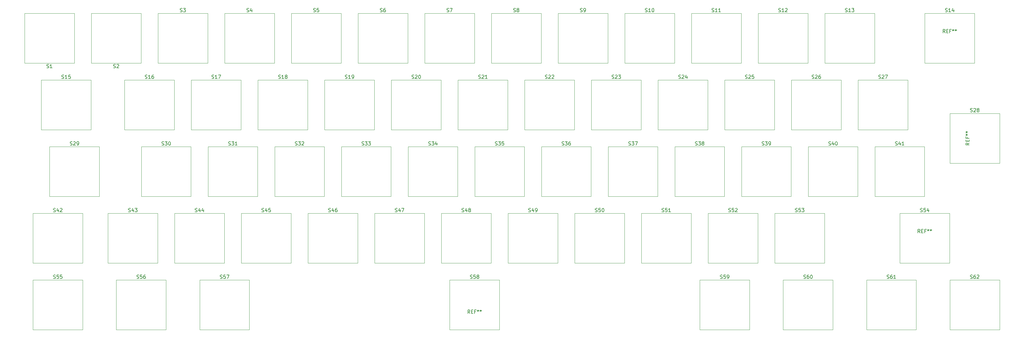
<source format=gbr>
%TF.GenerationSoftware,KiCad,Pcbnew,8.0.3*%
%TF.CreationDate,2024-10-13T01:02:16+08:00*%
%TF.ProjectId,PH60_Rev3,50483630-5f52-4657-9633-2e6b69636164,rev?*%
%TF.SameCoordinates,Original*%
%TF.FileFunction,Legend,Top*%
%TF.FilePolarity,Positive*%
%FSLAX46Y46*%
G04 Gerber Fmt 4.6, Leading zero omitted, Abs format (unit mm)*
G04 Created by KiCad (PCBNEW 8.0.3) date 2024-10-13 01:02:16*
%MOMM*%
%LPD*%
G01*
G04 APERTURE LIST*
%ADD10C,0.150000*%
%ADD11C,0.120000*%
G04 APERTURE END LIST*
D10*
X70199405Y-68607200D02*
X70342262Y-68654819D01*
X70342262Y-68654819D02*
X70580357Y-68654819D01*
X70580357Y-68654819D02*
X70675595Y-68607200D01*
X70675595Y-68607200D02*
X70723214Y-68559580D01*
X70723214Y-68559580D02*
X70770833Y-68464342D01*
X70770833Y-68464342D02*
X70770833Y-68369104D01*
X70770833Y-68369104D02*
X70723214Y-68273866D01*
X70723214Y-68273866D02*
X70675595Y-68226247D01*
X70675595Y-68226247D02*
X70580357Y-68178628D01*
X70580357Y-68178628D02*
X70389881Y-68131009D01*
X70389881Y-68131009D02*
X70294643Y-68083390D01*
X70294643Y-68083390D02*
X70247024Y-68035771D01*
X70247024Y-68035771D02*
X70199405Y-67940533D01*
X70199405Y-67940533D02*
X70199405Y-67845295D01*
X70199405Y-67845295D02*
X70247024Y-67750057D01*
X70247024Y-67750057D02*
X70294643Y-67702438D01*
X70294643Y-67702438D02*
X70389881Y-67654819D01*
X70389881Y-67654819D02*
X70627976Y-67654819D01*
X70627976Y-67654819D02*
X70770833Y-67702438D01*
X71104167Y-67654819D02*
X71723214Y-67654819D01*
X71723214Y-67654819D02*
X71389881Y-68035771D01*
X71389881Y-68035771D02*
X71532738Y-68035771D01*
X71532738Y-68035771D02*
X71627976Y-68083390D01*
X71627976Y-68083390D02*
X71675595Y-68131009D01*
X71675595Y-68131009D02*
X71723214Y-68226247D01*
X71723214Y-68226247D02*
X71723214Y-68464342D01*
X71723214Y-68464342D02*
X71675595Y-68559580D01*
X71675595Y-68559580D02*
X71627976Y-68607200D01*
X71627976Y-68607200D02*
X71532738Y-68654819D01*
X71532738Y-68654819D02*
X71247024Y-68654819D01*
X71247024Y-68654819D02*
X71151786Y-68607200D01*
X71151786Y-68607200D02*
X71104167Y-68559580D01*
X72342262Y-67654819D02*
X72437500Y-67654819D01*
X72437500Y-67654819D02*
X72532738Y-67702438D01*
X72532738Y-67702438D02*
X72580357Y-67750057D01*
X72580357Y-67750057D02*
X72627976Y-67845295D01*
X72627976Y-67845295D02*
X72675595Y-68035771D01*
X72675595Y-68035771D02*
X72675595Y-68273866D01*
X72675595Y-68273866D02*
X72627976Y-68464342D01*
X72627976Y-68464342D02*
X72580357Y-68559580D01*
X72580357Y-68559580D02*
X72532738Y-68607200D01*
X72532738Y-68607200D02*
X72437500Y-68654819D01*
X72437500Y-68654819D02*
X72342262Y-68654819D01*
X72342262Y-68654819D02*
X72247024Y-68607200D01*
X72247024Y-68607200D02*
X72199405Y-68559580D01*
X72199405Y-68559580D02*
X72151786Y-68464342D01*
X72151786Y-68464342D02*
X72104167Y-68273866D01*
X72104167Y-68273866D02*
X72104167Y-68035771D01*
X72104167Y-68035771D02*
X72151786Y-67845295D01*
X72151786Y-67845295D02*
X72199405Y-67750057D01*
X72199405Y-67750057D02*
X72247024Y-67702438D01*
X72247024Y-67702438D02*
X72342262Y-67654819D01*
X274986905Y-49557200D02*
X275129762Y-49604819D01*
X275129762Y-49604819D02*
X275367857Y-49604819D01*
X275367857Y-49604819D02*
X275463095Y-49557200D01*
X275463095Y-49557200D02*
X275510714Y-49509580D01*
X275510714Y-49509580D02*
X275558333Y-49414342D01*
X275558333Y-49414342D02*
X275558333Y-49319104D01*
X275558333Y-49319104D02*
X275510714Y-49223866D01*
X275510714Y-49223866D02*
X275463095Y-49176247D01*
X275463095Y-49176247D02*
X275367857Y-49128628D01*
X275367857Y-49128628D02*
X275177381Y-49081009D01*
X275177381Y-49081009D02*
X275082143Y-49033390D01*
X275082143Y-49033390D02*
X275034524Y-48985771D01*
X275034524Y-48985771D02*
X274986905Y-48890533D01*
X274986905Y-48890533D02*
X274986905Y-48795295D01*
X274986905Y-48795295D02*
X275034524Y-48700057D01*
X275034524Y-48700057D02*
X275082143Y-48652438D01*
X275082143Y-48652438D02*
X275177381Y-48604819D01*
X275177381Y-48604819D02*
X275415476Y-48604819D01*
X275415476Y-48604819D02*
X275558333Y-48652438D01*
X275939286Y-48700057D02*
X275986905Y-48652438D01*
X275986905Y-48652438D02*
X276082143Y-48604819D01*
X276082143Y-48604819D02*
X276320238Y-48604819D01*
X276320238Y-48604819D02*
X276415476Y-48652438D01*
X276415476Y-48652438D02*
X276463095Y-48700057D01*
X276463095Y-48700057D02*
X276510714Y-48795295D01*
X276510714Y-48795295D02*
X276510714Y-48890533D01*
X276510714Y-48890533D02*
X276463095Y-49033390D01*
X276463095Y-49033390D02*
X275891667Y-49604819D01*
X275891667Y-49604819D02*
X276510714Y-49604819D01*
X276844048Y-48604819D02*
X277510714Y-48604819D01*
X277510714Y-48604819D02*
X277082143Y-49604819D01*
X39243155Y-87657200D02*
X39386012Y-87704819D01*
X39386012Y-87704819D02*
X39624107Y-87704819D01*
X39624107Y-87704819D02*
X39719345Y-87657200D01*
X39719345Y-87657200D02*
X39766964Y-87609580D01*
X39766964Y-87609580D02*
X39814583Y-87514342D01*
X39814583Y-87514342D02*
X39814583Y-87419104D01*
X39814583Y-87419104D02*
X39766964Y-87323866D01*
X39766964Y-87323866D02*
X39719345Y-87276247D01*
X39719345Y-87276247D02*
X39624107Y-87228628D01*
X39624107Y-87228628D02*
X39433631Y-87181009D01*
X39433631Y-87181009D02*
X39338393Y-87133390D01*
X39338393Y-87133390D02*
X39290774Y-87085771D01*
X39290774Y-87085771D02*
X39243155Y-86990533D01*
X39243155Y-86990533D02*
X39243155Y-86895295D01*
X39243155Y-86895295D02*
X39290774Y-86800057D01*
X39290774Y-86800057D02*
X39338393Y-86752438D01*
X39338393Y-86752438D02*
X39433631Y-86704819D01*
X39433631Y-86704819D02*
X39671726Y-86704819D01*
X39671726Y-86704819D02*
X39814583Y-86752438D01*
X40671726Y-87038152D02*
X40671726Y-87704819D01*
X40433631Y-86657200D02*
X40195536Y-87371485D01*
X40195536Y-87371485D02*
X40814583Y-87371485D01*
X41147917Y-86800057D02*
X41195536Y-86752438D01*
X41195536Y-86752438D02*
X41290774Y-86704819D01*
X41290774Y-86704819D02*
X41528869Y-86704819D01*
X41528869Y-86704819D02*
X41624107Y-86752438D01*
X41624107Y-86752438D02*
X41671726Y-86800057D01*
X41671726Y-86800057D02*
X41719345Y-86895295D01*
X41719345Y-86895295D02*
X41719345Y-86990533D01*
X41719345Y-86990533D02*
X41671726Y-87133390D01*
X41671726Y-87133390D02*
X41100298Y-87704819D01*
X41100298Y-87704819D02*
X41719345Y-87704819D01*
X108299405Y-68607200D02*
X108442262Y-68654819D01*
X108442262Y-68654819D02*
X108680357Y-68654819D01*
X108680357Y-68654819D02*
X108775595Y-68607200D01*
X108775595Y-68607200D02*
X108823214Y-68559580D01*
X108823214Y-68559580D02*
X108870833Y-68464342D01*
X108870833Y-68464342D02*
X108870833Y-68369104D01*
X108870833Y-68369104D02*
X108823214Y-68273866D01*
X108823214Y-68273866D02*
X108775595Y-68226247D01*
X108775595Y-68226247D02*
X108680357Y-68178628D01*
X108680357Y-68178628D02*
X108489881Y-68131009D01*
X108489881Y-68131009D02*
X108394643Y-68083390D01*
X108394643Y-68083390D02*
X108347024Y-68035771D01*
X108347024Y-68035771D02*
X108299405Y-67940533D01*
X108299405Y-67940533D02*
X108299405Y-67845295D01*
X108299405Y-67845295D02*
X108347024Y-67750057D01*
X108347024Y-67750057D02*
X108394643Y-67702438D01*
X108394643Y-67702438D02*
X108489881Y-67654819D01*
X108489881Y-67654819D02*
X108727976Y-67654819D01*
X108727976Y-67654819D02*
X108870833Y-67702438D01*
X109204167Y-67654819D02*
X109823214Y-67654819D01*
X109823214Y-67654819D02*
X109489881Y-68035771D01*
X109489881Y-68035771D02*
X109632738Y-68035771D01*
X109632738Y-68035771D02*
X109727976Y-68083390D01*
X109727976Y-68083390D02*
X109775595Y-68131009D01*
X109775595Y-68131009D02*
X109823214Y-68226247D01*
X109823214Y-68226247D02*
X109823214Y-68464342D01*
X109823214Y-68464342D02*
X109775595Y-68559580D01*
X109775595Y-68559580D02*
X109727976Y-68607200D01*
X109727976Y-68607200D02*
X109632738Y-68654819D01*
X109632738Y-68654819D02*
X109347024Y-68654819D01*
X109347024Y-68654819D02*
X109251786Y-68607200D01*
X109251786Y-68607200D02*
X109204167Y-68559580D01*
X110204167Y-67750057D02*
X110251786Y-67702438D01*
X110251786Y-67702438D02*
X110347024Y-67654819D01*
X110347024Y-67654819D02*
X110585119Y-67654819D01*
X110585119Y-67654819D02*
X110680357Y-67702438D01*
X110680357Y-67702438D02*
X110727976Y-67750057D01*
X110727976Y-67750057D02*
X110775595Y-67845295D01*
X110775595Y-67845295D02*
X110775595Y-67940533D01*
X110775595Y-67940533D02*
X110727976Y-68083390D01*
X110727976Y-68083390D02*
X110156548Y-68654819D01*
X110156548Y-68654819D02*
X110775595Y-68654819D01*
X222599405Y-68607200D02*
X222742262Y-68654819D01*
X222742262Y-68654819D02*
X222980357Y-68654819D01*
X222980357Y-68654819D02*
X223075595Y-68607200D01*
X223075595Y-68607200D02*
X223123214Y-68559580D01*
X223123214Y-68559580D02*
X223170833Y-68464342D01*
X223170833Y-68464342D02*
X223170833Y-68369104D01*
X223170833Y-68369104D02*
X223123214Y-68273866D01*
X223123214Y-68273866D02*
X223075595Y-68226247D01*
X223075595Y-68226247D02*
X222980357Y-68178628D01*
X222980357Y-68178628D02*
X222789881Y-68131009D01*
X222789881Y-68131009D02*
X222694643Y-68083390D01*
X222694643Y-68083390D02*
X222647024Y-68035771D01*
X222647024Y-68035771D02*
X222599405Y-67940533D01*
X222599405Y-67940533D02*
X222599405Y-67845295D01*
X222599405Y-67845295D02*
X222647024Y-67750057D01*
X222647024Y-67750057D02*
X222694643Y-67702438D01*
X222694643Y-67702438D02*
X222789881Y-67654819D01*
X222789881Y-67654819D02*
X223027976Y-67654819D01*
X223027976Y-67654819D02*
X223170833Y-67702438D01*
X223504167Y-67654819D02*
X224123214Y-67654819D01*
X224123214Y-67654819D02*
X223789881Y-68035771D01*
X223789881Y-68035771D02*
X223932738Y-68035771D01*
X223932738Y-68035771D02*
X224027976Y-68083390D01*
X224027976Y-68083390D02*
X224075595Y-68131009D01*
X224075595Y-68131009D02*
X224123214Y-68226247D01*
X224123214Y-68226247D02*
X224123214Y-68464342D01*
X224123214Y-68464342D02*
X224075595Y-68559580D01*
X224075595Y-68559580D02*
X224027976Y-68607200D01*
X224027976Y-68607200D02*
X223932738Y-68654819D01*
X223932738Y-68654819D02*
X223647024Y-68654819D01*
X223647024Y-68654819D02*
X223551786Y-68607200D01*
X223551786Y-68607200D02*
X223504167Y-68559580D01*
X224694643Y-68083390D02*
X224599405Y-68035771D01*
X224599405Y-68035771D02*
X224551786Y-67988152D01*
X224551786Y-67988152D02*
X224504167Y-67892914D01*
X224504167Y-67892914D02*
X224504167Y-67845295D01*
X224504167Y-67845295D02*
X224551786Y-67750057D01*
X224551786Y-67750057D02*
X224599405Y-67702438D01*
X224599405Y-67702438D02*
X224694643Y-67654819D01*
X224694643Y-67654819D02*
X224885119Y-67654819D01*
X224885119Y-67654819D02*
X224980357Y-67702438D01*
X224980357Y-67702438D02*
X225027976Y-67750057D01*
X225027976Y-67750057D02*
X225075595Y-67845295D01*
X225075595Y-67845295D02*
X225075595Y-67892914D01*
X225075595Y-67892914D02*
X225027976Y-67988152D01*
X225027976Y-67988152D02*
X224980357Y-68035771D01*
X224980357Y-68035771D02*
X224885119Y-68083390D01*
X224885119Y-68083390D02*
X224694643Y-68083390D01*
X224694643Y-68083390D02*
X224599405Y-68131009D01*
X224599405Y-68131009D02*
X224551786Y-68178628D01*
X224551786Y-68178628D02*
X224504167Y-68273866D01*
X224504167Y-68273866D02*
X224504167Y-68464342D01*
X224504167Y-68464342D02*
X224551786Y-68559580D01*
X224551786Y-68559580D02*
X224599405Y-68607200D01*
X224599405Y-68607200D02*
X224694643Y-68654819D01*
X224694643Y-68654819D02*
X224885119Y-68654819D01*
X224885119Y-68654819D02*
X224980357Y-68607200D01*
X224980357Y-68607200D02*
X225027976Y-68559580D01*
X225027976Y-68559580D02*
X225075595Y-68464342D01*
X225075595Y-68464342D02*
X225075595Y-68273866D01*
X225075595Y-68273866D02*
X225027976Y-68178628D01*
X225027976Y-68178628D02*
X224980357Y-68131009D01*
X224980357Y-68131009D02*
X224885119Y-68083390D01*
X165449405Y-68607200D02*
X165592262Y-68654819D01*
X165592262Y-68654819D02*
X165830357Y-68654819D01*
X165830357Y-68654819D02*
X165925595Y-68607200D01*
X165925595Y-68607200D02*
X165973214Y-68559580D01*
X165973214Y-68559580D02*
X166020833Y-68464342D01*
X166020833Y-68464342D02*
X166020833Y-68369104D01*
X166020833Y-68369104D02*
X165973214Y-68273866D01*
X165973214Y-68273866D02*
X165925595Y-68226247D01*
X165925595Y-68226247D02*
X165830357Y-68178628D01*
X165830357Y-68178628D02*
X165639881Y-68131009D01*
X165639881Y-68131009D02*
X165544643Y-68083390D01*
X165544643Y-68083390D02*
X165497024Y-68035771D01*
X165497024Y-68035771D02*
X165449405Y-67940533D01*
X165449405Y-67940533D02*
X165449405Y-67845295D01*
X165449405Y-67845295D02*
X165497024Y-67750057D01*
X165497024Y-67750057D02*
X165544643Y-67702438D01*
X165544643Y-67702438D02*
X165639881Y-67654819D01*
X165639881Y-67654819D02*
X165877976Y-67654819D01*
X165877976Y-67654819D02*
X166020833Y-67702438D01*
X166354167Y-67654819D02*
X166973214Y-67654819D01*
X166973214Y-67654819D02*
X166639881Y-68035771D01*
X166639881Y-68035771D02*
X166782738Y-68035771D01*
X166782738Y-68035771D02*
X166877976Y-68083390D01*
X166877976Y-68083390D02*
X166925595Y-68131009D01*
X166925595Y-68131009D02*
X166973214Y-68226247D01*
X166973214Y-68226247D02*
X166973214Y-68464342D01*
X166973214Y-68464342D02*
X166925595Y-68559580D01*
X166925595Y-68559580D02*
X166877976Y-68607200D01*
X166877976Y-68607200D02*
X166782738Y-68654819D01*
X166782738Y-68654819D02*
X166497024Y-68654819D01*
X166497024Y-68654819D02*
X166401786Y-68607200D01*
X166401786Y-68607200D02*
X166354167Y-68559580D01*
X167877976Y-67654819D02*
X167401786Y-67654819D01*
X167401786Y-67654819D02*
X167354167Y-68131009D01*
X167354167Y-68131009D02*
X167401786Y-68083390D01*
X167401786Y-68083390D02*
X167497024Y-68035771D01*
X167497024Y-68035771D02*
X167735119Y-68035771D01*
X167735119Y-68035771D02*
X167830357Y-68083390D01*
X167830357Y-68083390D02*
X167877976Y-68131009D01*
X167877976Y-68131009D02*
X167925595Y-68226247D01*
X167925595Y-68226247D02*
X167925595Y-68464342D01*
X167925595Y-68464342D02*
X167877976Y-68559580D01*
X167877976Y-68559580D02*
X167830357Y-68607200D01*
X167830357Y-68607200D02*
X167735119Y-68654819D01*
X167735119Y-68654819D02*
X167497024Y-68654819D01*
X167497024Y-68654819D02*
X167401786Y-68607200D01*
X167401786Y-68607200D02*
X167354167Y-68559580D01*
X94488095Y-30507200D02*
X94630952Y-30554819D01*
X94630952Y-30554819D02*
X94869047Y-30554819D01*
X94869047Y-30554819D02*
X94964285Y-30507200D01*
X94964285Y-30507200D02*
X95011904Y-30459580D01*
X95011904Y-30459580D02*
X95059523Y-30364342D01*
X95059523Y-30364342D02*
X95059523Y-30269104D01*
X95059523Y-30269104D02*
X95011904Y-30173866D01*
X95011904Y-30173866D02*
X94964285Y-30126247D01*
X94964285Y-30126247D02*
X94869047Y-30078628D01*
X94869047Y-30078628D02*
X94678571Y-30031009D01*
X94678571Y-30031009D02*
X94583333Y-29983390D01*
X94583333Y-29983390D02*
X94535714Y-29935771D01*
X94535714Y-29935771D02*
X94488095Y-29840533D01*
X94488095Y-29840533D02*
X94488095Y-29745295D01*
X94488095Y-29745295D02*
X94535714Y-29650057D01*
X94535714Y-29650057D02*
X94583333Y-29602438D01*
X94583333Y-29602438D02*
X94678571Y-29554819D01*
X94678571Y-29554819D02*
X94916666Y-29554819D01*
X94916666Y-29554819D02*
X95059523Y-29602438D01*
X95916666Y-29888152D02*
X95916666Y-30554819D01*
X95678571Y-29507200D02*
X95440476Y-30221485D01*
X95440476Y-30221485D02*
X96059523Y-30221485D01*
X56388095Y-46507200D02*
X56530952Y-46554819D01*
X56530952Y-46554819D02*
X56769047Y-46554819D01*
X56769047Y-46554819D02*
X56864285Y-46507200D01*
X56864285Y-46507200D02*
X56911904Y-46459580D01*
X56911904Y-46459580D02*
X56959523Y-46364342D01*
X56959523Y-46364342D02*
X56959523Y-46269104D01*
X56959523Y-46269104D02*
X56911904Y-46173866D01*
X56911904Y-46173866D02*
X56864285Y-46126247D01*
X56864285Y-46126247D02*
X56769047Y-46078628D01*
X56769047Y-46078628D02*
X56578571Y-46031009D01*
X56578571Y-46031009D02*
X56483333Y-45983390D01*
X56483333Y-45983390D02*
X56435714Y-45935771D01*
X56435714Y-45935771D02*
X56388095Y-45840533D01*
X56388095Y-45840533D02*
X56388095Y-45745295D01*
X56388095Y-45745295D02*
X56435714Y-45650057D01*
X56435714Y-45650057D02*
X56483333Y-45602438D01*
X56483333Y-45602438D02*
X56578571Y-45554819D01*
X56578571Y-45554819D02*
X56816666Y-45554819D01*
X56816666Y-45554819D02*
X56959523Y-45602438D01*
X57340476Y-45650057D02*
X57388095Y-45602438D01*
X57388095Y-45602438D02*
X57483333Y-45554819D01*
X57483333Y-45554819D02*
X57721428Y-45554819D01*
X57721428Y-45554819D02*
X57816666Y-45602438D01*
X57816666Y-45602438D02*
X57864285Y-45650057D01*
X57864285Y-45650057D02*
X57911904Y-45745295D01*
X57911904Y-45745295D02*
X57911904Y-45840533D01*
X57911904Y-45840533D02*
X57864285Y-45983390D01*
X57864285Y-45983390D02*
X57292857Y-46554819D01*
X57292857Y-46554819D02*
X57911904Y-46554819D01*
X179736905Y-49557200D02*
X179879762Y-49604819D01*
X179879762Y-49604819D02*
X180117857Y-49604819D01*
X180117857Y-49604819D02*
X180213095Y-49557200D01*
X180213095Y-49557200D02*
X180260714Y-49509580D01*
X180260714Y-49509580D02*
X180308333Y-49414342D01*
X180308333Y-49414342D02*
X180308333Y-49319104D01*
X180308333Y-49319104D02*
X180260714Y-49223866D01*
X180260714Y-49223866D02*
X180213095Y-49176247D01*
X180213095Y-49176247D02*
X180117857Y-49128628D01*
X180117857Y-49128628D02*
X179927381Y-49081009D01*
X179927381Y-49081009D02*
X179832143Y-49033390D01*
X179832143Y-49033390D02*
X179784524Y-48985771D01*
X179784524Y-48985771D02*
X179736905Y-48890533D01*
X179736905Y-48890533D02*
X179736905Y-48795295D01*
X179736905Y-48795295D02*
X179784524Y-48700057D01*
X179784524Y-48700057D02*
X179832143Y-48652438D01*
X179832143Y-48652438D02*
X179927381Y-48604819D01*
X179927381Y-48604819D02*
X180165476Y-48604819D01*
X180165476Y-48604819D02*
X180308333Y-48652438D01*
X180689286Y-48700057D02*
X180736905Y-48652438D01*
X180736905Y-48652438D02*
X180832143Y-48604819D01*
X180832143Y-48604819D02*
X181070238Y-48604819D01*
X181070238Y-48604819D02*
X181165476Y-48652438D01*
X181165476Y-48652438D02*
X181213095Y-48700057D01*
X181213095Y-48700057D02*
X181260714Y-48795295D01*
X181260714Y-48795295D02*
X181260714Y-48890533D01*
X181260714Y-48890533D02*
X181213095Y-49033390D01*
X181213095Y-49033390D02*
X180641667Y-49604819D01*
X180641667Y-49604819D02*
X181260714Y-49604819D01*
X181641667Y-48700057D02*
X181689286Y-48652438D01*
X181689286Y-48652438D02*
X181784524Y-48604819D01*
X181784524Y-48604819D02*
X182022619Y-48604819D01*
X182022619Y-48604819D02*
X182117857Y-48652438D01*
X182117857Y-48652438D02*
X182165476Y-48700057D01*
X182165476Y-48700057D02*
X182213095Y-48795295D01*
X182213095Y-48795295D02*
X182213095Y-48890533D01*
X182213095Y-48890533D02*
X182165476Y-49033390D01*
X182165476Y-49033390D02*
X181594048Y-49604819D01*
X181594048Y-49604819D02*
X182213095Y-49604819D01*
X301180655Y-59082200D02*
X301323512Y-59129819D01*
X301323512Y-59129819D02*
X301561607Y-59129819D01*
X301561607Y-59129819D02*
X301656845Y-59082200D01*
X301656845Y-59082200D02*
X301704464Y-59034580D01*
X301704464Y-59034580D02*
X301752083Y-58939342D01*
X301752083Y-58939342D02*
X301752083Y-58844104D01*
X301752083Y-58844104D02*
X301704464Y-58748866D01*
X301704464Y-58748866D02*
X301656845Y-58701247D01*
X301656845Y-58701247D02*
X301561607Y-58653628D01*
X301561607Y-58653628D02*
X301371131Y-58606009D01*
X301371131Y-58606009D02*
X301275893Y-58558390D01*
X301275893Y-58558390D02*
X301228274Y-58510771D01*
X301228274Y-58510771D02*
X301180655Y-58415533D01*
X301180655Y-58415533D02*
X301180655Y-58320295D01*
X301180655Y-58320295D02*
X301228274Y-58225057D01*
X301228274Y-58225057D02*
X301275893Y-58177438D01*
X301275893Y-58177438D02*
X301371131Y-58129819D01*
X301371131Y-58129819D02*
X301609226Y-58129819D01*
X301609226Y-58129819D02*
X301752083Y-58177438D01*
X302133036Y-58225057D02*
X302180655Y-58177438D01*
X302180655Y-58177438D02*
X302275893Y-58129819D01*
X302275893Y-58129819D02*
X302513988Y-58129819D01*
X302513988Y-58129819D02*
X302609226Y-58177438D01*
X302609226Y-58177438D02*
X302656845Y-58225057D01*
X302656845Y-58225057D02*
X302704464Y-58320295D01*
X302704464Y-58320295D02*
X302704464Y-58415533D01*
X302704464Y-58415533D02*
X302656845Y-58558390D01*
X302656845Y-58558390D02*
X302085417Y-59129819D01*
X302085417Y-59129819D02*
X302704464Y-59129819D01*
X303275893Y-58558390D02*
X303180655Y-58510771D01*
X303180655Y-58510771D02*
X303133036Y-58463152D01*
X303133036Y-58463152D02*
X303085417Y-58367914D01*
X303085417Y-58367914D02*
X303085417Y-58320295D01*
X303085417Y-58320295D02*
X303133036Y-58225057D01*
X303133036Y-58225057D02*
X303180655Y-58177438D01*
X303180655Y-58177438D02*
X303275893Y-58129819D01*
X303275893Y-58129819D02*
X303466369Y-58129819D01*
X303466369Y-58129819D02*
X303561607Y-58177438D01*
X303561607Y-58177438D02*
X303609226Y-58225057D01*
X303609226Y-58225057D02*
X303656845Y-58320295D01*
X303656845Y-58320295D02*
X303656845Y-58367914D01*
X303656845Y-58367914D02*
X303609226Y-58463152D01*
X303609226Y-58463152D02*
X303561607Y-58510771D01*
X303561607Y-58510771D02*
X303466369Y-58558390D01*
X303466369Y-58558390D02*
X303275893Y-58558390D01*
X303275893Y-58558390D02*
X303180655Y-58606009D01*
X303180655Y-58606009D02*
X303133036Y-58653628D01*
X303133036Y-58653628D02*
X303085417Y-58748866D01*
X303085417Y-58748866D02*
X303085417Y-58939342D01*
X303085417Y-58939342D02*
X303133036Y-59034580D01*
X303133036Y-59034580D02*
X303180655Y-59082200D01*
X303180655Y-59082200D02*
X303275893Y-59129819D01*
X303275893Y-59129819D02*
X303466369Y-59129819D01*
X303466369Y-59129819D02*
X303561607Y-59082200D01*
X303561607Y-59082200D02*
X303609226Y-59034580D01*
X303609226Y-59034580D02*
X303656845Y-58939342D01*
X303656845Y-58939342D02*
X303656845Y-58748866D01*
X303656845Y-58748866D02*
X303609226Y-58653628D01*
X303609226Y-58653628D02*
X303561607Y-58606009D01*
X303561607Y-58606009D02*
X303466369Y-58558390D01*
X117824405Y-87657200D02*
X117967262Y-87704819D01*
X117967262Y-87704819D02*
X118205357Y-87704819D01*
X118205357Y-87704819D02*
X118300595Y-87657200D01*
X118300595Y-87657200D02*
X118348214Y-87609580D01*
X118348214Y-87609580D02*
X118395833Y-87514342D01*
X118395833Y-87514342D02*
X118395833Y-87419104D01*
X118395833Y-87419104D02*
X118348214Y-87323866D01*
X118348214Y-87323866D02*
X118300595Y-87276247D01*
X118300595Y-87276247D02*
X118205357Y-87228628D01*
X118205357Y-87228628D02*
X118014881Y-87181009D01*
X118014881Y-87181009D02*
X117919643Y-87133390D01*
X117919643Y-87133390D02*
X117872024Y-87085771D01*
X117872024Y-87085771D02*
X117824405Y-86990533D01*
X117824405Y-86990533D02*
X117824405Y-86895295D01*
X117824405Y-86895295D02*
X117872024Y-86800057D01*
X117872024Y-86800057D02*
X117919643Y-86752438D01*
X117919643Y-86752438D02*
X118014881Y-86704819D01*
X118014881Y-86704819D02*
X118252976Y-86704819D01*
X118252976Y-86704819D02*
X118395833Y-86752438D01*
X119252976Y-87038152D02*
X119252976Y-87704819D01*
X119014881Y-86657200D02*
X118776786Y-87371485D01*
X118776786Y-87371485D02*
X119395833Y-87371485D01*
X120205357Y-86704819D02*
X120014881Y-86704819D01*
X120014881Y-86704819D02*
X119919643Y-86752438D01*
X119919643Y-86752438D02*
X119872024Y-86800057D01*
X119872024Y-86800057D02*
X119776786Y-86942914D01*
X119776786Y-86942914D02*
X119729167Y-87133390D01*
X119729167Y-87133390D02*
X119729167Y-87514342D01*
X119729167Y-87514342D02*
X119776786Y-87609580D01*
X119776786Y-87609580D02*
X119824405Y-87657200D01*
X119824405Y-87657200D02*
X119919643Y-87704819D01*
X119919643Y-87704819D02*
X120110119Y-87704819D01*
X120110119Y-87704819D02*
X120205357Y-87657200D01*
X120205357Y-87657200D02*
X120252976Y-87609580D01*
X120252976Y-87609580D02*
X120300595Y-87514342D01*
X120300595Y-87514342D02*
X120300595Y-87276247D01*
X120300595Y-87276247D02*
X120252976Y-87181009D01*
X120252976Y-87181009D02*
X120205357Y-87133390D01*
X120205357Y-87133390D02*
X120110119Y-87085771D01*
X120110119Y-87085771D02*
X119919643Y-87085771D01*
X119919643Y-87085771D02*
X119824405Y-87133390D01*
X119824405Y-87133390D02*
X119776786Y-87181009D01*
X119776786Y-87181009D02*
X119729167Y-87276247D01*
X300873569Y-68008333D02*
X300397378Y-68341666D01*
X300873569Y-68579761D02*
X299873569Y-68579761D01*
X299873569Y-68579761D02*
X299873569Y-68198809D01*
X299873569Y-68198809D02*
X299921188Y-68103571D01*
X299921188Y-68103571D02*
X299968807Y-68055952D01*
X299968807Y-68055952D02*
X300064045Y-68008333D01*
X300064045Y-68008333D02*
X300206902Y-68008333D01*
X300206902Y-68008333D02*
X300302140Y-68055952D01*
X300302140Y-68055952D02*
X300349759Y-68103571D01*
X300349759Y-68103571D02*
X300397378Y-68198809D01*
X300397378Y-68198809D02*
X300397378Y-68579761D01*
X300349759Y-67579761D02*
X300349759Y-67246428D01*
X300873569Y-67103571D02*
X300873569Y-67579761D01*
X300873569Y-67579761D02*
X299873569Y-67579761D01*
X299873569Y-67579761D02*
X299873569Y-67103571D01*
X300349759Y-66341666D02*
X300349759Y-66674999D01*
X300873569Y-66674999D02*
X299873569Y-66674999D01*
X299873569Y-66674999D02*
X299873569Y-66198809D01*
X299873569Y-65674999D02*
X300111664Y-65674999D01*
X300016426Y-65913094D02*
X300111664Y-65674999D01*
X300111664Y-65674999D02*
X300016426Y-65436904D01*
X300302140Y-65817856D02*
X300111664Y-65674999D01*
X300111664Y-65674999D02*
X300302140Y-65532142D01*
X299873569Y-64913094D02*
X300111664Y-64913094D01*
X300016426Y-65151189D02*
X300111664Y-64913094D01*
X300111664Y-64913094D02*
X300016426Y-64674999D01*
X300302140Y-65055951D02*
X300111664Y-64913094D01*
X300111664Y-64913094D02*
X300302140Y-64770237D01*
X37338095Y-46507200D02*
X37480952Y-46554819D01*
X37480952Y-46554819D02*
X37719047Y-46554819D01*
X37719047Y-46554819D02*
X37814285Y-46507200D01*
X37814285Y-46507200D02*
X37861904Y-46459580D01*
X37861904Y-46459580D02*
X37909523Y-46364342D01*
X37909523Y-46364342D02*
X37909523Y-46269104D01*
X37909523Y-46269104D02*
X37861904Y-46173866D01*
X37861904Y-46173866D02*
X37814285Y-46126247D01*
X37814285Y-46126247D02*
X37719047Y-46078628D01*
X37719047Y-46078628D02*
X37528571Y-46031009D01*
X37528571Y-46031009D02*
X37433333Y-45983390D01*
X37433333Y-45983390D02*
X37385714Y-45935771D01*
X37385714Y-45935771D02*
X37338095Y-45840533D01*
X37338095Y-45840533D02*
X37338095Y-45745295D01*
X37338095Y-45745295D02*
X37385714Y-45650057D01*
X37385714Y-45650057D02*
X37433333Y-45602438D01*
X37433333Y-45602438D02*
X37528571Y-45554819D01*
X37528571Y-45554819D02*
X37766666Y-45554819D01*
X37766666Y-45554819D02*
X37909523Y-45602438D01*
X38861904Y-46554819D02*
X38290476Y-46554819D01*
X38576190Y-46554819D02*
X38576190Y-45554819D01*
X38576190Y-45554819D02*
X38480952Y-45697676D01*
X38480952Y-45697676D02*
X38385714Y-45792914D01*
X38385714Y-45792914D02*
X38290476Y-45840533D01*
X286893155Y-87657200D02*
X287036012Y-87704819D01*
X287036012Y-87704819D02*
X287274107Y-87704819D01*
X287274107Y-87704819D02*
X287369345Y-87657200D01*
X287369345Y-87657200D02*
X287416964Y-87609580D01*
X287416964Y-87609580D02*
X287464583Y-87514342D01*
X287464583Y-87514342D02*
X287464583Y-87419104D01*
X287464583Y-87419104D02*
X287416964Y-87323866D01*
X287416964Y-87323866D02*
X287369345Y-87276247D01*
X287369345Y-87276247D02*
X287274107Y-87228628D01*
X287274107Y-87228628D02*
X287083631Y-87181009D01*
X287083631Y-87181009D02*
X286988393Y-87133390D01*
X286988393Y-87133390D02*
X286940774Y-87085771D01*
X286940774Y-87085771D02*
X286893155Y-86990533D01*
X286893155Y-86990533D02*
X286893155Y-86895295D01*
X286893155Y-86895295D02*
X286940774Y-86800057D01*
X286940774Y-86800057D02*
X286988393Y-86752438D01*
X286988393Y-86752438D02*
X287083631Y-86704819D01*
X287083631Y-86704819D02*
X287321726Y-86704819D01*
X287321726Y-86704819D02*
X287464583Y-86752438D01*
X288369345Y-86704819D02*
X287893155Y-86704819D01*
X287893155Y-86704819D02*
X287845536Y-87181009D01*
X287845536Y-87181009D02*
X287893155Y-87133390D01*
X287893155Y-87133390D02*
X287988393Y-87085771D01*
X287988393Y-87085771D02*
X288226488Y-87085771D01*
X288226488Y-87085771D02*
X288321726Y-87133390D01*
X288321726Y-87133390D02*
X288369345Y-87181009D01*
X288369345Y-87181009D02*
X288416964Y-87276247D01*
X288416964Y-87276247D02*
X288416964Y-87514342D01*
X288416964Y-87514342D02*
X288369345Y-87609580D01*
X288369345Y-87609580D02*
X288321726Y-87657200D01*
X288321726Y-87657200D02*
X288226488Y-87704819D01*
X288226488Y-87704819D02*
X287988393Y-87704819D01*
X287988393Y-87704819D02*
X287893155Y-87657200D01*
X287893155Y-87657200D02*
X287845536Y-87609580D01*
X289274107Y-87038152D02*
X289274107Y-87704819D01*
X289036012Y-86657200D02*
X288797917Y-87371485D01*
X288797917Y-87371485D02*
X289416964Y-87371485D01*
X208311905Y-30507200D02*
X208454762Y-30554819D01*
X208454762Y-30554819D02*
X208692857Y-30554819D01*
X208692857Y-30554819D02*
X208788095Y-30507200D01*
X208788095Y-30507200D02*
X208835714Y-30459580D01*
X208835714Y-30459580D02*
X208883333Y-30364342D01*
X208883333Y-30364342D02*
X208883333Y-30269104D01*
X208883333Y-30269104D02*
X208835714Y-30173866D01*
X208835714Y-30173866D02*
X208788095Y-30126247D01*
X208788095Y-30126247D02*
X208692857Y-30078628D01*
X208692857Y-30078628D02*
X208502381Y-30031009D01*
X208502381Y-30031009D02*
X208407143Y-29983390D01*
X208407143Y-29983390D02*
X208359524Y-29935771D01*
X208359524Y-29935771D02*
X208311905Y-29840533D01*
X208311905Y-29840533D02*
X208311905Y-29745295D01*
X208311905Y-29745295D02*
X208359524Y-29650057D01*
X208359524Y-29650057D02*
X208407143Y-29602438D01*
X208407143Y-29602438D02*
X208502381Y-29554819D01*
X208502381Y-29554819D02*
X208740476Y-29554819D01*
X208740476Y-29554819D02*
X208883333Y-29602438D01*
X209835714Y-30554819D02*
X209264286Y-30554819D01*
X209550000Y-30554819D02*
X209550000Y-29554819D01*
X209550000Y-29554819D02*
X209454762Y-29697676D01*
X209454762Y-29697676D02*
X209359524Y-29792914D01*
X209359524Y-29792914D02*
X209264286Y-29840533D01*
X210454762Y-29554819D02*
X210550000Y-29554819D01*
X210550000Y-29554819D02*
X210645238Y-29602438D01*
X210645238Y-29602438D02*
X210692857Y-29650057D01*
X210692857Y-29650057D02*
X210740476Y-29745295D01*
X210740476Y-29745295D02*
X210788095Y-29935771D01*
X210788095Y-29935771D02*
X210788095Y-30173866D01*
X210788095Y-30173866D02*
X210740476Y-30364342D01*
X210740476Y-30364342D02*
X210692857Y-30459580D01*
X210692857Y-30459580D02*
X210645238Y-30507200D01*
X210645238Y-30507200D02*
X210550000Y-30554819D01*
X210550000Y-30554819D02*
X210454762Y-30554819D01*
X210454762Y-30554819D02*
X210359524Y-30507200D01*
X210359524Y-30507200D02*
X210311905Y-30459580D01*
X210311905Y-30459580D02*
X210264286Y-30364342D01*
X210264286Y-30364342D02*
X210216667Y-30173866D01*
X210216667Y-30173866D02*
X210216667Y-29935771D01*
X210216667Y-29935771D02*
X210264286Y-29745295D01*
X210264286Y-29745295D02*
X210311905Y-29650057D01*
X210311905Y-29650057D02*
X210359524Y-29602438D01*
X210359524Y-29602438D02*
X210454762Y-29554819D01*
X293941666Y-36554819D02*
X293608333Y-36078628D01*
X293370238Y-36554819D02*
X293370238Y-35554819D01*
X293370238Y-35554819D02*
X293751190Y-35554819D01*
X293751190Y-35554819D02*
X293846428Y-35602438D01*
X293846428Y-35602438D02*
X293894047Y-35650057D01*
X293894047Y-35650057D02*
X293941666Y-35745295D01*
X293941666Y-35745295D02*
X293941666Y-35888152D01*
X293941666Y-35888152D02*
X293894047Y-35983390D01*
X293894047Y-35983390D02*
X293846428Y-36031009D01*
X293846428Y-36031009D02*
X293751190Y-36078628D01*
X293751190Y-36078628D02*
X293370238Y-36078628D01*
X294370238Y-36031009D02*
X294703571Y-36031009D01*
X294846428Y-36554819D02*
X294370238Y-36554819D01*
X294370238Y-36554819D02*
X294370238Y-35554819D01*
X294370238Y-35554819D02*
X294846428Y-35554819D01*
X295608333Y-36031009D02*
X295275000Y-36031009D01*
X295275000Y-36554819D02*
X295275000Y-35554819D01*
X295275000Y-35554819D02*
X295751190Y-35554819D01*
X296275000Y-35554819D02*
X296275000Y-35792914D01*
X296036905Y-35697676D02*
X296275000Y-35792914D01*
X296275000Y-35792914D02*
X296513095Y-35697676D01*
X296132143Y-35983390D02*
X296275000Y-35792914D01*
X296275000Y-35792914D02*
X296417857Y-35983390D01*
X297036905Y-35554819D02*
X297036905Y-35792914D01*
X296798810Y-35697676D02*
X297036905Y-35792914D01*
X297036905Y-35792914D02*
X297275000Y-35697676D01*
X296894048Y-35983390D02*
X297036905Y-35792914D01*
X297036905Y-35792914D02*
X297179762Y-35983390D01*
X146399405Y-68607200D02*
X146542262Y-68654819D01*
X146542262Y-68654819D02*
X146780357Y-68654819D01*
X146780357Y-68654819D02*
X146875595Y-68607200D01*
X146875595Y-68607200D02*
X146923214Y-68559580D01*
X146923214Y-68559580D02*
X146970833Y-68464342D01*
X146970833Y-68464342D02*
X146970833Y-68369104D01*
X146970833Y-68369104D02*
X146923214Y-68273866D01*
X146923214Y-68273866D02*
X146875595Y-68226247D01*
X146875595Y-68226247D02*
X146780357Y-68178628D01*
X146780357Y-68178628D02*
X146589881Y-68131009D01*
X146589881Y-68131009D02*
X146494643Y-68083390D01*
X146494643Y-68083390D02*
X146447024Y-68035771D01*
X146447024Y-68035771D02*
X146399405Y-67940533D01*
X146399405Y-67940533D02*
X146399405Y-67845295D01*
X146399405Y-67845295D02*
X146447024Y-67750057D01*
X146447024Y-67750057D02*
X146494643Y-67702438D01*
X146494643Y-67702438D02*
X146589881Y-67654819D01*
X146589881Y-67654819D02*
X146827976Y-67654819D01*
X146827976Y-67654819D02*
X146970833Y-67702438D01*
X147304167Y-67654819D02*
X147923214Y-67654819D01*
X147923214Y-67654819D02*
X147589881Y-68035771D01*
X147589881Y-68035771D02*
X147732738Y-68035771D01*
X147732738Y-68035771D02*
X147827976Y-68083390D01*
X147827976Y-68083390D02*
X147875595Y-68131009D01*
X147875595Y-68131009D02*
X147923214Y-68226247D01*
X147923214Y-68226247D02*
X147923214Y-68464342D01*
X147923214Y-68464342D02*
X147875595Y-68559580D01*
X147875595Y-68559580D02*
X147827976Y-68607200D01*
X147827976Y-68607200D02*
X147732738Y-68654819D01*
X147732738Y-68654819D02*
X147447024Y-68654819D01*
X147447024Y-68654819D02*
X147351786Y-68607200D01*
X147351786Y-68607200D02*
X147304167Y-68559580D01*
X148780357Y-67988152D02*
X148780357Y-68654819D01*
X148542262Y-67607200D02*
X148304167Y-68321485D01*
X148304167Y-68321485D02*
X148923214Y-68321485D01*
X41624405Y-49557200D02*
X41767262Y-49604819D01*
X41767262Y-49604819D02*
X42005357Y-49604819D01*
X42005357Y-49604819D02*
X42100595Y-49557200D01*
X42100595Y-49557200D02*
X42148214Y-49509580D01*
X42148214Y-49509580D02*
X42195833Y-49414342D01*
X42195833Y-49414342D02*
X42195833Y-49319104D01*
X42195833Y-49319104D02*
X42148214Y-49223866D01*
X42148214Y-49223866D02*
X42100595Y-49176247D01*
X42100595Y-49176247D02*
X42005357Y-49128628D01*
X42005357Y-49128628D02*
X41814881Y-49081009D01*
X41814881Y-49081009D02*
X41719643Y-49033390D01*
X41719643Y-49033390D02*
X41672024Y-48985771D01*
X41672024Y-48985771D02*
X41624405Y-48890533D01*
X41624405Y-48890533D02*
X41624405Y-48795295D01*
X41624405Y-48795295D02*
X41672024Y-48700057D01*
X41672024Y-48700057D02*
X41719643Y-48652438D01*
X41719643Y-48652438D02*
X41814881Y-48604819D01*
X41814881Y-48604819D02*
X42052976Y-48604819D01*
X42052976Y-48604819D02*
X42195833Y-48652438D01*
X43148214Y-49604819D02*
X42576786Y-49604819D01*
X42862500Y-49604819D02*
X42862500Y-48604819D01*
X42862500Y-48604819D02*
X42767262Y-48747676D01*
X42767262Y-48747676D02*
X42672024Y-48842914D01*
X42672024Y-48842914D02*
X42576786Y-48890533D01*
X44052976Y-48604819D02*
X43576786Y-48604819D01*
X43576786Y-48604819D02*
X43529167Y-49081009D01*
X43529167Y-49081009D02*
X43576786Y-49033390D01*
X43576786Y-49033390D02*
X43672024Y-48985771D01*
X43672024Y-48985771D02*
X43910119Y-48985771D01*
X43910119Y-48985771D02*
X44005357Y-49033390D01*
X44005357Y-49033390D02*
X44052976Y-49081009D01*
X44052976Y-49081009D02*
X44100595Y-49176247D01*
X44100595Y-49176247D02*
X44100595Y-49414342D01*
X44100595Y-49414342D02*
X44052976Y-49509580D01*
X44052976Y-49509580D02*
X44005357Y-49557200D01*
X44005357Y-49557200D02*
X43910119Y-49604819D01*
X43910119Y-49604819D02*
X43672024Y-49604819D01*
X43672024Y-49604819D02*
X43576786Y-49557200D01*
X43576786Y-49557200D02*
X43529167Y-49509580D01*
X63055655Y-106707200D02*
X63198512Y-106754819D01*
X63198512Y-106754819D02*
X63436607Y-106754819D01*
X63436607Y-106754819D02*
X63531845Y-106707200D01*
X63531845Y-106707200D02*
X63579464Y-106659580D01*
X63579464Y-106659580D02*
X63627083Y-106564342D01*
X63627083Y-106564342D02*
X63627083Y-106469104D01*
X63627083Y-106469104D02*
X63579464Y-106373866D01*
X63579464Y-106373866D02*
X63531845Y-106326247D01*
X63531845Y-106326247D02*
X63436607Y-106278628D01*
X63436607Y-106278628D02*
X63246131Y-106231009D01*
X63246131Y-106231009D02*
X63150893Y-106183390D01*
X63150893Y-106183390D02*
X63103274Y-106135771D01*
X63103274Y-106135771D02*
X63055655Y-106040533D01*
X63055655Y-106040533D02*
X63055655Y-105945295D01*
X63055655Y-105945295D02*
X63103274Y-105850057D01*
X63103274Y-105850057D02*
X63150893Y-105802438D01*
X63150893Y-105802438D02*
X63246131Y-105754819D01*
X63246131Y-105754819D02*
X63484226Y-105754819D01*
X63484226Y-105754819D02*
X63627083Y-105802438D01*
X64531845Y-105754819D02*
X64055655Y-105754819D01*
X64055655Y-105754819D02*
X64008036Y-106231009D01*
X64008036Y-106231009D02*
X64055655Y-106183390D01*
X64055655Y-106183390D02*
X64150893Y-106135771D01*
X64150893Y-106135771D02*
X64388988Y-106135771D01*
X64388988Y-106135771D02*
X64484226Y-106183390D01*
X64484226Y-106183390D02*
X64531845Y-106231009D01*
X64531845Y-106231009D02*
X64579464Y-106326247D01*
X64579464Y-106326247D02*
X64579464Y-106564342D01*
X64579464Y-106564342D02*
X64531845Y-106659580D01*
X64531845Y-106659580D02*
X64484226Y-106707200D01*
X64484226Y-106707200D02*
X64388988Y-106754819D01*
X64388988Y-106754819D02*
X64150893Y-106754819D01*
X64150893Y-106754819D02*
X64055655Y-106707200D01*
X64055655Y-106707200D02*
X64008036Y-106659580D01*
X65436607Y-105754819D02*
X65246131Y-105754819D01*
X65246131Y-105754819D02*
X65150893Y-105802438D01*
X65150893Y-105802438D02*
X65103274Y-105850057D01*
X65103274Y-105850057D02*
X65008036Y-105992914D01*
X65008036Y-105992914D02*
X64960417Y-106183390D01*
X64960417Y-106183390D02*
X64960417Y-106564342D01*
X64960417Y-106564342D02*
X65008036Y-106659580D01*
X65008036Y-106659580D02*
X65055655Y-106707200D01*
X65055655Y-106707200D02*
X65150893Y-106754819D01*
X65150893Y-106754819D02*
X65341369Y-106754819D01*
X65341369Y-106754819D02*
X65436607Y-106707200D01*
X65436607Y-106707200D02*
X65484226Y-106659580D01*
X65484226Y-106659580D02*
X65531845Y-106564342D01*
X65531845Y-106564342D02*
X65531845Y-106326247D01*
X65531845Y-106326247D02*
X65484226Y-106231009D01*
X65484226Y-106231009D02*
X65436607Y-106183390D01*
X65436607Y-106183390D02*
X65341369Y-106135771D01*
X65341369Y-106135771D02*
X65150893Y-106135771D01*
X65150893Y-106135771D02*
X65055655Y-106183390D01*
X65055655Y-106183390D02*
X65008036Y-106231009D01*
X65008036Y-106231009D02*
X64960417Y-106326247D01*
X141636905Y-49557200D02*
X141779762Y-49604819D01*
X141779762Y-49604819D02*
X142017857Y-49604819D01*
X142017857Y-49604819D02*
X142113095Y-49557200D01*
X142113095Y-49557200D02*
X142160714Y-49509580D01*
X142160714Y-49509580D02*
X142208333Y-49414342D01*
X142208333Y-49414342D02*
X142208333Y-49319104D01*
X142208333Y-49319104D02*
X142160714Y-49223866D01*
X142160714Y-49223866D02*
X142113095Y-49176247D01*
X142113095Y-49176247D02*
X142017857Y-49128628D01*
X142017857Y-49128628D02*
X141827381Y-49081009D01*
X141827381Y-49081009D02*
X141732143Y-49033390D01*
X141732143Y-49033390D02*
X141684524Y-48985771D01*
X141684524Y-48985771D02*
X141636905Y-48890533D01*
X141636905Y-48890533D02*
X141636905Y-48795295D01*
X141636905Y-48795295D02*
X141684524Y-48700057D01*
X141684524Y-48700057D02*
X141732143Y-48652438D01*
X141732143Y-48652438D02*
X141827381Y-48604819D01*
X141827381Y-48604819D02*
X142065476Y-48604819D01*
X142065476Y-48604819D02*
X142208333Y-48652438D01*
X142589286Y-48700057D02*
X142636905Y-48652438D01*
X142636905Y-48652438D02*
X142732143Y-48604819D01*
X142732143Y-48604819D02*
X142970238Y-48604819D01*
X142970238Y-48604819D02*
X143065476Y-48652438D01*
X143065476Y-48652438D02*
X143113095Y-48700057D01*
X143113095Y-48700057D02*
X143160714Y-48795295D01*
X143160714Y-48795295D02*
X143160714Y-48890533D01*
X143160714Y-48890533D02*
X143113095Y-49033390D01*
X143113095Y-49033390D02*
X142541667Y-49604819D01*
X142541667Y-49604819D02*
X143160714Y-49604819D01*
X143779762Y-48604819D02*
X143875000Y-48604819D01*
X143875000Y-48604819D02*
X143970238Y-48652438D01*
X143970238Y-48652438D02*
X144017857Y-48700057D01*
X144017857Y-48700057D02*
X144065476Y-48795295D01*
X144065476Y-48795295D02*
X144113095Y-48985771D01*
X144113095Y-48985771D02*
X144113095Y-49223866D01*
X144113095Y-49223866D02*
X144065476Y-49414342D01*
X144065476Y-49414342D02*
X144017857Y-49509580D01*
X144017857Y-49509580D02*
X143970238Y-49557200D01*
X143970238Y-49557200D02*
X143875000Y-49604819D01*
X143875000Y-49604819D02*
X143779762Y-49604819D01*
X143779762Y-49604819D02*
X143684524Y-49557200D01*
X143684524Y-49557200D02*
X143636905Y-49509580D01*
X143636905Y-49509580D02*
X143589286Y-49414342D01*
X143589286Y-49414342D02*
X143541667Y-49223866D01*
X143541667Y-49223866D02*
X143541667Y-48985771D01*
X143541667Y-48985771D02*
X143589286Y-48795295D01*
X143589286Y-48795295D02*
X143636905Y-48700057D01*
X143636905Y-48700057D02*
X143684524Y-48652438D01*
X143684524Y-48652438D02*
X143779762Y-48604819D01*
X84486905Y-49557200D02*
X84629762Y-49604819D01*
X84629762Y-49604819D02*
X84867857Y-49604819D01*
X84867857Y-49604819D02*
X84963095Y-49557200D01*
X84963095Y-49557200D02*
X85010714Y-49509580D01*
X85010714Y-49509580D02*
X85058333Y-49414342D01*
X85058333Y-49414342D02*
X85058333Y-49319104D01*
X85058333Y-49319104D02*
X85010714Y-49223866D01*
X85010714Y-49223866D02*
X84963095Y-49176247D01*
X84963095Y-49176247D02*
X84867857Y-49128628D01*
X84867857Y-49128628D02*
X84677381Y-49081009D01*
X84677381Y-49081009D02*
X84582143Y-49033390D01*
X84582143Y-49033390D02*
X84534524Y-48985771D01*
X84534524Y-48985771D02*
X84486905Y-48890533D01*
X84486905Y-48890533D02*
X84486905Y-48795295D01*
X84486905Y-48795295D02*
X84534524Y-48700057D01*
X84534524Y-48700057D02*
X84582143Y-48652438D01*
X84582143Y-48652438D02*
X84677381Y-48604819D01*
X84677381Y-48604819D02*
X84915476Y-48604819D01*
X84915476Y-48604819D02*
X85058333Y-48652438D01*
X86010714Y-49604819D02*
X85439286Y-49604819D01*
X85725000Y-49604819D02*
X85725000Y-48604819D01*
X85725000Y-48604819D02*
X85629762Y-48747676D01*
X85629762Y-48747676D02*
X85534524Y-48842914D01*
X85534524Y-48842914D02*
X85439286Y-48890533D01*
X86344048Y-48604819D02*
X87010714Y-48604819D01*
X87010714Y-48604819D02*
X86582143Y-49604819D01*
X89249405Y-68607200D02*
X89392262Y-68654819D01*
X89392262Y-68654819D02*
X89630357Y-68654819D01*
X89630357Y-68654819D02*
X89725595Y-68607200D01*
X89725595Y-68607200D02*
X89773214Y-68559580D01*
X89773214Y-68559580D02*
X89820833Y-68464342D01*
X89820833Y-68464342D02*
X89820833Y-68369104D01*
X89820833Y-68369104D02*
X89773214Y-68273866D01*
X89773214Y-68273866D02*
X89725595Y-68226247D01*
X89725595Y-68226247D02*
X89630357Y-68178628D01*
X89630357Y-68178628D02*
X89439881Y-68131009D01*
X89439881Y-68131009D02*
X89344643Y-68083390D01*
X89344643Y-68083390D02*
X89297024Y-68035771D01*
X89297024Y-68035771D02*
X89249405Y-67940533D01*
X89249405Y-67940533D02*
X89249405Y-67845295D01*
X89249405Y-67845295D02*
X89297024Y-67750057D01*
X89297024Y-67750057D02*
X89344643Y-67702438D01*
X89344643Y-67702438D02*
X89439881Y-67654819D01*
X89439881Y-67654819D02*
X89677976Y-67654819D01*
X89677976Y-67654819D02*
X89820833Y-67702438D01*
X90154167Y-67654819D02*
X90773214Y-67654819D01*
X90773214Y-67654819D02*
X90439881Y-68035771D01*
X90439881Y-68035771D02*
X90582738Y-68035771D01*
X90582738Y-68035771D02*
X90677976Y-68083390D01*
X90677976Y-68083390D02*
X90725595Y-68131009D01*
X90725595Y-68131009D02*
X90773214Y-68226247D01*
X90773214Y-68226247D02*
X90773214Y-68464342D01*
X90773214Y-68464342D02*
X90725595Y-68559580D01*
X90725595Y-68559580D02*
X90677976Y-68607200D01*
X90677976Y-68607200D02*
X90582738Y-68654819D01*
X90582738Y-68654819D02*
X90297024Y-68654819D01*
X90297024Y-68654819D02*
X90201786Y-68607200D01*
X90201786Y-68607200D02*
X90154167Y-68559580D01*
X91725595Y-68654819D02*
X91154167Y-68654819D01*
X91439881Y-68654819D02*
X91439881Y-67654819D01*
X91439881Y-67654819D02*
X91344643Y-67797676D01*
X91344643Y-67797676D02*
X91249405Y-67892914D01*
X91249405Y-67892914D02*
X91154167Y-67940533D01*
X286797916Y-93704819D02*
X286464583Y-93228628D01*
X286226488Y-93704819D02*
X286226488Y-92704819D01*
X286226488Y-92704819D02*
X286607440Y-92704819D01*
X286607440Y-92704819D02*
X286702678Y-92752438D01*
X286702678Y-92752438D02*
X286750297Y-92800057D01*
X286750297Y-92800057D02*
X286797916Y-92895295D01*
X286797916Y-92895295D02*
X286797916Y-93038152D01*
X286797916Y-93038152D02*
X286750297Y-93133390D01*
X286750297Y-93133390D02*
X286702678Y-93181009D01*
X286702678Y-93181009D02*
X286607440Y-93228628D01*
X286607440Y-93228628D02*
X286226488Y-93228628D01*
X287226488Y-93181009D02*
X287559821Y-93181009D01*
X287702678Y-93704819D02*
X287226488Y-93704819D01*
X287226488Y-93704819D02*
X287226488Y-92704819D01*
X287226488Y-92704819D02*
X287702678Y-92704819D01*
X288464583Y-93181009D02*
X288131250Y-93181009D01*
X288131250Y-93704819D02*
X288131250Y-92704819D01*
X288131250Y-92704819D02*
X288607440Y-92704819D01*
X289131250Y-92704819D02*
X289131250Y-92942914D01*
X288893155Y-92847676D02*
X289131250Y-92942914D01*
X289131250Y-92942914D02*
X289369345Y-92847676D01*
X288988393Y-93133390D02*
X289131250Y-92942914D01*
X289131250Y-92942914D02*
X289274107Y-93133390D01*
X289893155Y-92704819D02*
X289893155Y-92942914D01*
X289655060Y-92847676D02*
X289893155Y-92942914D01*
X289893155Y-92942914D02*
X290131250Y-92847676D01*
X289750298Y-93133390D02*
X289893155Y-92942914D01*
X289893155Y-92942914D02*
X290036012Y-93133390D01*
X155924405Y-87657200D02*
X156067262Y-87704819D01*
X156067262Y-87704819D02*
X156305357Y-87704819D01*
X156305357Y-87704819D02*
X156400595Y-87657200D01*
X156400595Y-87657200D02*
X156448214Y-87609580D01*
X156448214Y-87609580D02*
X156495833Y-87514342D01*
X156495833Y-87514342D02*
X156495833Y-87419104D01*
X156495833Y-87419104D02*
X156448214Y-87323866D01*
X156448214Y-87323866D02*
X156400595Y-87276247D01*
X156400595Y-87276247D02*
X156305357Y-87228628D01*
X156305357Y-87228628D02*
X156114881Y-87181009D01*
X156114881Y-87181009D02*
X156019643Y-87133390D01*
X156019643Y-87133390D02*
X155972024Y-87085771D01*
X155972024Y-87085771D02*
X155924405Y-86990533D01*
X155924405Y-86990533D02*
X155924405Y-86895295D01*
X155924405Y-86895295D02*
X155972024Y-86800057D01*
X155972024Y-86800057D02*
X156019643Y-86752438D01*
X156019643Y-86752438D02*
X156114881Y-86704819D01*
X156114881Y-86704819D02*
X156352976Y-86704819D01*
X156352976Y-86704819D02*
X156495833Y-86752438D01*
X157352976Y-87038152D02*
X157352976Y-87704819D01*
X157114881Y-86657200D02*
X156876786Y-87371485D01*
X156876786Y-87371485D02*
X157495833Y-87371485D01*
X158019643Y-87133390D02*
X157924405Y-87085771D01*
X157924405Y-87085771D02*
X157876786Y-87038152D01*
X157876786Y-87038152D02*
X157829167Y-86942914D01*
X157829167Y-86942914D02*
X157829167Y-86895295D01*
X157829167Y-86895295D02*
X157876786Y-86800057D01*
X157876786Y-86800057D02*
X157924405Y-86752438D01*
X157924405Y-86752438D02*
X158019643Y-86704819D01*
X158019643Y-86704819D02*
X158210119Y-86704819D01*
X158210119Y-86704819D02*
X158305357Y-86752438D01*
X158305357Y-86752438D02*
X158352976Y-86800057D01*
X158352976Y-86800057D02*
X158400595Y-86895295D01*
X158400595Y-86895295D02*
X158400595Y-86942914D01*
X158400595Y-86942914D02*
X158352976Y-87038152D01*
X158352976Y-87038152D02*
X158305357Y-87085771D01*
X158305357Y-87085771D02*
X158210119Y-87133390D01*
X158210119Y-87133390D02*
X158019643Y-87133390D01*
X158019643Y-87133390D02*
X157924405Y-87181009D01*
X157924405Y-87181009D02*
X157876786Y-87228628D01*
X157876786Y-87228628D02*
X157829167Y-87323866D01*
X157829167Y-87323866D02*
X157829167Y-87514342D01*
X157829167Y-87514342D02*
X157876786Y-87609580D01*
X157876786Y-87609580D02*
X157924405Y-87657200D01*
X157924405Y-87657200D02*
X158019643Y-87704819D01*
X158019643Y-87704819D02*
X158210119Y-87704819D01*
X158210119Y-87704819D02*
X158305357Y-87657200D01*
X158305357Y-87657200D02*
X158352976Y-87609580D01*
X158352976Y-87609580D02*
X158400595Y-87514342D01*
X158400595Y-87514342D02*
X158400595Y-87323866D01*
X158400595Y-87323866D02*
X158352976Y-87228628D01*
X158352976Y-87228628D02*
X158305357Y-87181009D01*
X158305357Y-87181009D02*
X158210119Y-87133390D01*
X213074405Y-87657200D02*
X213217262Y-87704819D01*
X213217262Y-87704819D02*
X213455357Y-87704819D01*
X213455357Y-87704819D02*
X213550595Y-87657200D01*
X213550595Y-87657200D02*
X213598214Y-87609580D01*
X213598214Y-87609580D02*
X213645833Y-87514342D01*
X213645833Y-87514342D02*
X213645833Y-87419104D01*
X213645833Y-87419104D02*
X213598214Y-87323866D01*
X213598214Y-87323866D02*
X213550595Y-87276247D01*
X213550595Y-87276247D02*
X213455357Y-87228628D01*
X213455357Y-87228628D02*
X213264881Y-87181009D01*
X213264881Y-87181009D02*
X213169643Y-87133390D01*
X213169643Y-87133390D02*
X213122024Y-87085771D01*
X213122024Y-87085771D02*
X213074405Y-86990533D01*
X213074405Y-86990533D02*
X213074405Y-86895295D01*
X213074405Y-86895295D02*
X213122024Y-86800057D01*
X213122024Y-86800057D02*
X213169643Y-86752438D01*
X213169643Y-86752438D02*
X213264881Y-86704819D01*
X213264881Y-86704819D02*
X213502976Y-86704819D01*
X213502976Y-86704819D02*
X213645833Y-86752438D01*
X214550595Y-86704819D02*
X214074405Y-86704819D01*
X214074405Y-86704819D02*
X214026786Y-87181009D01*
X214026786Y-87181009D02*
X214074405Y-87133390D01*
X214074405Y-87133390D02*
X214169643Y-87085771D01*
X214169643Y-87085771D02*
X214407738Y-87085771D01*
X214407738Y-87085771D02*
X214502976Y-87133390D01*
X214502976Y-87133390D02*
X214550595Y-87181009D01*
X214550595Y-87181009D02*
X214598214Y-87276247D01*
X214598214Y-87276247D02*
X214598214Y-87514342D01*
X214598214Y-87514342D02*
X214550595Y-87609580D01*
X214550595Y-87609580D02*
X214502976Y-87657200D01*
X214502976Y-87657200D02*
X214407738Y-87704819D01*
X214407738Y-87704819D02*
X214169643Y-87704819D01*
X214169643Y-87704819D02*
X214074405Y-87657200D01*
X214074405Y-87657200D02*
X214026786Y-87609580D01*
X215550595Y-87704819D02*
X214979167Y-87704819D01*
X215264881Y-87704819D02*
X215264881Y-86704819D01*
X215264881Y-86704819D02*
X215169643Y-86847676D01*
X215169643Y-86847676D02*
X215074405Y-86942914D01*
X215074405Y-86942914D02*
X214979167Y-86990533D01*
X198786905Y-49557200D02*
X198929762Y-49604819D01*
X198929762Y-49604819D02*
X199167857Y-49604819D01*
X199167857Y-49604819D02*
X199263095Y-49557200D01*
X199263095Y-49557200D02*
X199310714Y-49509580D01*
X199310714Y-49509580D02*
X199358333Y-49414342D01*
X199358333Y-49414342D02*
X199358333Y-49319104D01*
X199358333Y-49319104D02*
X199310714Y-49223866D01*
X199310714Y-49223866D02*
X199263095Y-49176247D01*
X199263095Y-49176247D02*
X199167857Y-49128628D01*
X199167857Y-49128628D02*
X198977381Y-49081009D01*
X198977381Y-49081009D02*
X198882143Y-49033390D01*
X198882143Y-49033390D02*
X198834524Y-48985771D01*
X198834524Y-48985771D02*
X198786905Y-48890533D01*
X198786905Y-48890533D02*
X198786905Y-48795295D01*
X198786905Y-48795295D02*
X198834524Y-48700057D01*
X198834524Y-48700057D02*
X198882143Y-48652438D01*
X198882143Y-48652438D02*
X198977381Y-48604819D01*
X198977381Y-48604819D02*
X199215476Y-48604819D01*
X199215476Y-48604819D02*
X199358333Y-48652438D01*
X199739286Y-48700057D02*
X199786905Y-48652438D01*
X199786905Y-48652438D02*
X199882143Y-48604819D01*
X199882143Y-48604819D02*
X200120238Y-48604819D01*
X200120238Y-48604819D02*
X200215476Y-48652438D01*
X200215476Y-48652438D02*
X200263095Y-48700057D01*
X200263095Y-48700057D02*
X200310714Y-48795295D01*
X200310714Y-48795295D02*
X200310714Y-48890533D01*
X200310714Y-48890533D02*
X200263095Y-49033390D01*
X200263095Y-49033390D02*
X199691667Y-49604819D01*
X199691667Y-49604819D02*
X200310714Y-49604819D01*
X200644048Y-48604819D02*
X201263095Y-48604819D01*
X201263095Y-48604819D02*
X200929762Y-48985771D01*
X200929762Y-48985771D02*
X201072619Y-48985771D01*
X201072619Y-48985771D02*
X201167857Y-49033390D01*
X201167857Y-49033390D02*
X201215476Y-49081009D01*
X201215476Y-49081009D02*
X201263095Y-49176247D01*
X201263095Y-49176247D02*
X201263095Y-49414342D01*
X201263095Y-49414342D02*
X201215476Y-49509580D01*
X201215476Y-49509580D02*
X201167857Y-49557200D01*
X201167857Y-49557200D02*
X201072619Y-49604819D01*
X201072619Y-49604819D02*
X200786905Y-49604819D01*
X200786905Y-49604819D02*
X200691667Y-49557200D01*
X200691667Y-49557200D02*
X200644048Y-49509580D01*
X194024405Y-87657200D02*
X194167262Y-87704819D01*
X194167262Y-87704819D02*
X194405357Y-87704819D01*
X194405357Y-87704819D02*
X194500595Y-87657200D01*
X194500595Y-87657200D02*
X194548214Y-87609580D01*
X194548214Y-87609580D02*
X194595833Y-87514342D01*
X194595833Y-87514342D02*
X194595833Y-87419104D01*
X194595833Y-87419104D02*
X194548214Y-87323866D01*
X194548214Y-87323866D02*
X194500595Y-87276247D01*
X194500595Y-87276247D02*
X194405357Y-87228628D01*
X194405357Y-87228628D02*
X194214881Y-87181009D01*
X194214881Y-87181009D02*
X194119643Y-87133390D01*
X194119643Y-87133390D02*
X194072024Y-87085771D01*
X194072024Y-87085771D02*
X194024405Y-86990533D01*
X194024405Y-86990533D02*
X194024405Y-86895295D01*
X194024405Y-86895295D02*
X194072024Y-86800057D01*
X194072024Y-86800057D02*
X194119643Y-86752438D01*
X194119643Y-86752438D02*
X194214881Y-86704819D01*
X194214881Y-86704819D02*
X194452976Y-86704819D01*
X194452976Y-86704819D02*
X194595833Y-86752438D01*
X195500595Y-86704819D02*
X195024405Y-86704819D01*
X195024405Y-86704819D02*
X194976786Y-87181009D01*
X194976786Y-87181009D02*
X195024405Y-87133390D01*
X195024405Y-87133390D02*
X195119643Y-87085771D01*
X195119643Y-87085771D02*
X195357738Y-87085771D01*
X195357738Y-87085771D02*
X195452976Y-87133390D01*
X195452976Y-87133390D02*
X195500595Y-87181009D01*
X195500595Y-87181009D02*
X195548214Y-87276247D01*
X195548214Y-87276247D02*
X195548214Y-87514342D01*
X195548214Y-87514342D02*
X195500595Y-87609580D01*
X195500595Y-87609580D02*
X195452976Y-87657200D01*
X195452976Y-87657200D02*
X195357738Y-87704819D01*
X195357738Y-87704819D02*
X195119643Y-87704819D01*
X195119643Y-87704819D02*
X195024405Y-87657200D01*
X195024405Y-87657200D02*
X194976786Y-87609580D01*
X196167262Y-86704819D02*
X196262500Y-86704819D01*
X196262500Y-86704819D02*
X196357738Y-86752438D01*
X196357738Y-86752438D02*
X196405357Y-86800057D01*
X196405357Y-86800057D02*
X196452976Y-86895295D01*
X196452976Y-86895295D02*
X196500595Y-87085771D01*
X196500595Y-87085771D02*
X196500595Y-87323866D01*
X196500595Y-87323866D02*
X196452976Y-87514342D01*
X196452976Y-87514342D02*
X196405357Y-87609580D01*
X196405357Y-87609580D02*
X196357738Y-87657200D01*
X196357738Y-87657200D02*
X196262500Y-87704819D01*
X196262500Y-87704819D02*
X196167262Y-87704819D01*
X196167262Y-87704819D02*
X196072024Y-87657200D01*
X196072024Y-87657200D02*
X196024405Y-87609580D01*
X196024405Y-87609580D02*
X195976786Y-87514342D01*
X195976786Y-87514342D02*
X195929167Y-87323866D01*
X195929167Y-87323866D02*
X195929167Y-87085771D01*
X195929167Y-87085771D02*
X195976786Y-86895295D01*
X195976786Y-86895295D02*
X196024405Y-86800057D01*
X196024405Y-86800057D02*
X196072024Y-86752438D01*
X196072024Y-86752438D02*
X196167262Y-86704819D01*
X103536905Y-49557200D02*
X103679762Y-49604819D01*
X103679762Y-49604819D02*
X103917857Y-49604819D01*
X103917857Y-49604819D02*
X104013095Y-49557200D01*
X104013095Y-49557200D02*
X104060714Y-49509580D01*
X104060714Y-49509580D02*
X104108333Y-49414342D01*
X104108333Y-49414342D02*
X104108333Y-49319104D01*
X104108333Y-49319104D02*
X104060714Y-49223866D01*
X104060714Y-49223866D02*
X104013095Y-49176247D01*
X104013095Y-49176247D02*
X103917857Y-49128628D01*
X103917857Y-49128628D02*
X103727381Y-49081009D01*
X103727381Y-49081009D02*
X103632143Y-49033390D01*
X103632143Y-49033390D02*
X103584524Y-48985771D01*
X103584524Y-48985771D02*
X103536905Y-48890533D01*
X103536905Y-48890533D02*
X103536905Y-48795295D01*
X103536905Y-48795295D02*
X103584524Y-48700057D01*
X103584524Y-48700057D02*
X103632143Y-48652438D01*
X103632143Y-48652438D02*
X103727381Y-48604819D01*
X103727381Y-48604819D02*
X103965476Y-48604819D01*
X103965476Y-48604819D02*
X104108333Y-48652438D01*
X105060714Y-49604819D02*
X104489286Y-49604819D01*
X104775000Y-49604819D02*
X104775000Y-48604819D01*
X104775000Y-48604819D02*
X104679762Y-48747676D01*
X104679762Y-48747676D02*
X104584524Y-48842914D01*
X104584524Y-48842914D02*
X104489286Y-48890533D01*
X105632143Y-49033390D02*
X105536905Y-48985771D01*
X105536905Y-48985771D02*
X105489286Y-48938152D01*
X105489286Y-48938152D02*
X105441667Y-48842914D01*
X105441667Y-48842914D02*
X105441667Y-48795295D01*
X105441667Y-48795295D02*
X105489286Y-48700057D01*
X105489286Y-48700057D02*
X105536905Y-48652438D01*
X105536905Y-48652438D02*
X105632143Y-48604819D01*
X105632143Y-48604819D02*
X105822619Y-48604819D01*
X105822619Y-48604819D02*
X105917857Y-48652438D01*
X105917857Y-48652438D02*
X105965476Y-48700057D01*
X105965476Y-48700057D02*
X106013095Y-48795295D01*
X106013095Y-48795295D02*
X106013095Y-48842914D01*
X106013095Y-48842914D02*
X105965476Y-48938152D01*
X105965476Y-48938152D02*
X105917857Y-48985771D01*
X105917857Y-48985771D02*
X105822619Y-49033390D01*
X105822619Y-49033390D02*
X105632143Y-49033390D01*
X105632143Y-49033390D02*
X105536905Y-49081009D01*
X105536905Y-49081009D02*
X105489286Y-49128628D01*
X105489286Y-49128628D02*
X105441667Y-49223866D01*
X105441667Y-49223866D02*
X105441667Y-49414342D01*
X105441667Y-49414342D02*
X105489286Y-49509580D01*
X105489286Y-49509580D02*
X105536905Y-49557200D01*
X105536905Y-49557200D02*
X105632143Y-49604819D01*
X105632143Y-49604819D02*
X105822619Y-49604819D01*
X105822619Y-49604819D02*
X105917857Y-49557200D01*
X105917857Y-49557200D02*
X105965476Y-49509580D01*
X105965476Y-49509580D02*
X106013095Y-49414342D01*
X106013095Y-49414342D02*
X106013095Y-49223866D01*
X106013095Y-49223866D02*
X105965476Y-49128628D01*
X105965476Y-49128628D02*
X105917857Y-49081009D01*
X105917857Y-49081009D02*
X105822619Y-49033390D01*
X127349405Y-68607200D02*
X127492262Y-68654819D01*
X127492262Y-68654819D02*
X127730357Y-68654819D01*
X127730357Y-68654819D02*
X127825595Y-68607200D01*
X127825595Y-68607200D02*
X127873214Y-68559580D01*
X127873214Y-68559580D02*
X127920833Y-68464342D01*
X127920833Y-68464342D02*
X127920833Y-68369104D01*
X127920833Y-68369104D02*
X127873214Y-68273866D01*
X127873214Y-68273866D02*
X127825595Y-68226247D01*
X127825595Y-68226247D02*
X127730357Y-68178628D01*
X127730357Y-68178628D02*
X127539881Y-68131009D01*
X127539881Y-68131009D02*
X127444643Y-68083390D01*
X127444643Y-68083390D02*
X127397024Y-68035771D01*
X127397024Y-68035771D02*
X127349405Y-67940533D01*
X127349405Y-67940533D02*
X127349405Y-67845295D01*
X127349405Y-67845295D02*
X127397024Y-67750057D01*
X127397024Y-67750057D02*
X127444643Y-67702438D01*
X127444643Y-67702438D02*
X127539881Y-67654819D01*
X127539881Y-67654819D02*
X127777976Y-67654819D01*
X127777976Y-67654819D02*
X127920833Y-67702438D01*
X128254167Y-67654819D02*
X128873214Y-67654819D01*
X128873214Y-67654819D02*
X128539881Y-68035771D01*
X128539881Y-68035771D02*
X128682738Y-68035771D01*
X128682738Y-68035771D02*
X128777976Y-68083390D01*
X128777976Y-68083390D02*
X128825595Y-68131009D01*
X128825595Y-68131009D02*
X128873214Y-68226247D01*
X128873214Y-68226247D02*
X128873214Y-68464342D01*
X128873214Y-68464342D02*
X128825595Y-68559580D01*
X128825595Y-68559580D02*
X128777976Y-68607200D01*
X128777976Y-68607200D02*
X128682738Y-68654819D01*
X128682738Y-68654819D02*
X128397024Y-68654819D01*
X128397024Y-68654819D02*
X128301786Y-68607200D01*
X128301786Y-68607200D02*
X128254167Y-68559580D01*
X129206548Y-67654819D02*
X129825595Y-67654819D01*
X129825595Y-67654819D02*
X129492262Y-68035771D01*
X129492262Y-68035771D02*
X129635119Y-68035771D01*
X129635119Y-68035771D02*
X129730357Y-68083390D01*
X129730357Y-68083390D02*
X129777976Y-68131009D01*
X129777976Y-68131009D02*
X129825595Y-68226247D01*
X129825595Y-68226247D02*
X129825595Y-68464342D01*
X129825595Y-68464342D02*
X129777976Y-68559580D01*
X129777976Y-68559580D02*
X129730357Y-68607200D01*
X129730357Y-68607200D02*
X129635119Y-68654819D01*
X129635119Y-68654819D02*
X129349405Y-68654819D01*
X129349405Y-68654819D02*
X129254167Y-68607200D01*
X129254167Y-68607200D02*
X129206548Y-68559580D01*
X277368155Y-106707200D02*
X277511012Y-106754819D01*
X277511012Y-106754819D02*
X277749107Y-106754819D01*
X277749107Y-106754819D02*
X277844345Y-106707200D01*
X277844345Y-106707200D02*
X277891964Y-106659580D01*
X277891964Y-106659580D02*
X277939583Y-106564342D01*
X277939583Y-106564342D02*
X277939583Y-106469104D01*
X277939583Y-106469104D02*
X277891964Y-106373866D01*
X277891964Y-106373866D02*
X277844345Y-106326247D01*
X277844345Y-106326247D02*
X277749107Y-106278628D01*
X277749107Y-106278628D02*
X277558631Y-106231009D01*
X277558631Y-106231009D02*
X277463393Y-106183390D01*
X277463393Y-106183390D02*
X277415774Y-106135771D01*
X277415774Y-106135771D02*
X277368155Y-106040533D01*
X277368155Y-106040533D02*
X277368155Y-105945295D01*
X277368155Y-105945295D02*
X277415774Y-105850057D01*
X277415774Y-105850057D02*
X277463393Y-105802438D01*
X277463393Y-105802438D02*
X277558631Y-105754819D01*
X277558631Y-105754819D02*
X277796726Y-105754819D01*
X277796726Y-105754819D02*
X277939583Y-105802438D01*
X278796726Y-105754819D02*
X278606250Y-105754819D01*
X278606250Y-105754819D02*
X278511012Y-105802438D01*
X278511012Y-105802438D02*
X278463393Y-105850057D01*
X278463393Y-105850057D02*
X278368155Y-105992914D01*
X278368155Y-105992914D02*
X278320536Y-106183390D01*
X278320536Y-106183390D02*
X278320536Y-106564342D01*
X278320536Y-106564342D02*
X278368155Y-106659580D01*
X278368155Y-106659580D02*
X278415774Y-106707200D01*
X278415774Y-106707200D02*
X278511012Y-106754819D01*
X278511012Y-106754819D02*
X278701488Y-106754819D01*
X278701488Y-106754819D02*
X278796726Y-106707200D01*
X278796726Y-106707200D02*
X278844345Y-106659580D01*
X278844345Y-106659580D02*
X278891964Y-106564342D01*
X278891964Y-106564342D02*
X278891964Y-106326247D01*
X278891964Y-106326247D02*
X278844345Y-106231009D01*
X278844345Y-106231009D02*
X278796726Y-106183390D01*
X278796726Y-106183390D02*
X278701488Y-106135771D01*
X278701488Y-106135771D02*
X278511012Y-106135771D01*
X278511012Y-106135771D02*
X278415774Y-106183390D01*
X278415774Y-106183390D02*
X278368155Y-106231009D01*
X278368155Y-106231009D02*
X278320536Y-106326247D01*
X279844345Y-106754819D02*
X279272917Y-106754819D01*
X279558631Y-106754819D02*
X279558631Y-105754819D01*
X279558631Y-105754819D02*
X279463393Y-105897676D01*
X279463393Y-105897676D02*
X279368155Y-105992914D01*
X279368155Y-105992914D02*
X279272917Y-106040533D01*
X65436905Y-49557200D02*
X65579762Y-49604819D01*
X65579762Y-49604819D02*
X65817857Y-49604819D01*
X65817857Y-49604819D02*
X65913095Y-49557200D01*
X65913095Y-49557200D02*
X65960714Y-49509580D01*
X65960714Y-49509580D02*
X66008333Y-49414342D01*
X66008333Y-49414342D02*
X66008333Y-49319104D01*
X66008333Y-49319104D02*
X65960714Y-49223866D01*
X65960714Y-49223866D02*
X65913095Y-49176247D01*
X65913095Y-49176247D02*
X65817857Y-49128628D01*
X65817857Y-49128628D02*
X65627381Y-49081009D01*
X65627381Y-49081009D02*
X65532143Y-49033390D01*
X65532143Y-49033390D02*
X65484524Y-48985771D01*
X65484524Y-48985771D02*
X65436905Y-48890533D01*
X65436905Y-48890533D02*
X65436905Y-48795295D01*
X65436905Y-48795295D02*
X65484524Y-48700057D01*
X65484524Y-48700057D02*
X65532143Y-48652438D01*
X65532143Y-48652438D02*
X65627381Y-48604819D01*
X65627381Y-48604819D02*
X65865476Y-48604819D01*
X65865476Y-48604819D02*
X66008333Y-48652438D01*
X66960714Y-49604819D02*
X66389286Y-49604819D01*
X66675000Y-49604819D02*
X66675000Y-48604819D01*
X66675000Y-48604819D02*
X66579762Y-48747676D01*
X66579762Y-48747676D02*
X66484524Y-48842914D01*
X66484524Y-48842914D02*
X66389286Y-48890533D01*
X67817857Y-48604819D02*
X67627381Y-48604819D01*
X67627381Y-48604819D02*
X67532143Y-48652438D01*
X67532143Y-48652438D02*
X67484524Y-48700057D01*
X67484524Y-48700057D02*
X67389286Y-48842914D01*
X67389286Y-48842914D02*
X67341667Y-49033390D01*
X67341667Y-49033390D02*
X67341667Y-49414342D01*
X67341667Y-49414342D02*
X67389286Y-49509580D01*
X67389286Y-49509580D02*
X67436905Y-49557200D01*
X67436905Y-49557200D02*
X67532143Y-49604819D01*
X67532143Y-49604819D02*
X67722619Y-49604819D01*
X67722619Y-49604819D02*
X67817857Y-49557200D01*
X67817857Y-49557200D02*
X67865476Y-49509580D01*
X67865476Y-49509580D02*
X67913095Y-49414342D01*
X67913095Y-49414342D02*
X67913095Y-49176247D01*
X67913095Y-49176247D02*
X67865476Y-49081009D01*
X67865476Y-49081009D02*
X67817857Y-49033390D01*
X67817857Y-49033390D02*
X67722619Y-48985771D01*
X67722619Y-48985771D02*
X67532143Y-48985771D01*
X67532143Y-48985771D02*
X67436905Y-49033390D01*
X67436905Y-49033390D02*
X67389286Y-49081009D01*
X67389286Y-49081009D02*
X67341667Y-49176247D01*
X253555655Y-106707200D02*
X253698512Y-106754819D01*
X253698512Y-106754819D02*
X253936607Y-106754819D01*
X253936607Y-106754819D02*
X254031845Y-106707200D01*
X254031845Y-106707200D02*
X254079464Y-106659580D01*
X254079464Y-106659580D02*
X254127083Y-106564342D01*
X254127083Y-106564342D02*
X254127083Y-106469104D01*
X254127083Y-106469104D02*
X254079464Y-106373866D01*
X254079464Y-106373866D02*
X254031845Y-106326247D01*
X254031845Y-106326247D02*
X253936607Y-106278628D01*
X253936607Y-106278628D02*
X253746131Y-106231009D01*
X253746131Y-106231009D02*
X253650893Y-106183390D01*
X253650893Y-106183390D02*
X253603274Y-106135771D01*
X253603274Y-106135771D02*
X253555655Y-106040533D01*
X253555655Y-106040533D02*
X253555655Y-105945295D01*
X253555655Y-105945295D02*
X253603274Y-105850057D01*
X253603274Y-105850057D02*
X253650893Y-105802438D01*
X253650893Y-105802438D02*
X253746131Y-105754819D01*
X253746131Y-105754819D02*
X253984226Y-105754819D01*
X253984226Y-105754819D02*
X254127083Y-105802438D01*
X254984226Y-105754819D02*
X254793750Y-105754819D01*
X254793750Y-105754819D02*
X254698512Y-105802438D01*
X254698512Y-105802438D02*
X254650893Y-105850057D01*
X254650893Y-105850057D02*
X254555655Y-105992914D01*
X254555655Y-105992914D02*
X254508036Y-106183390D01*
X254508036Y-106183390D02*
X254508036Y-106564342D01*
X254508036Y-106564342D02*
X254555655Y-106659580D01*
X254555655Y-106659580D02*
X254603274Y-106707200D01*
X254603274Y-106707200D02*
X254698512Y-106754819D01*
X254698512Y-106754819D02*
X254888988Y-106754819D01*
X254888988Y-106754819D02*
X254984226Y-106707200D01*
X254984226Y-106707200D02*
X255031845Y-106659580D01*
X255031845Y-106659580D02*
X255079464Y-106564342D01*
X255079464Y-106564342D02*
X255079464Y-106326247D01*
X255079464Y-106326247D02*
X255031845Y-106231009D01*
X255031845Y-106231009D02*
X254984226Y-106183390D01*
X254984226Y-106183390D02*
X254888988Y-106135771D01*
X254888988Y-106135771D02*
X254698512Y-106135771D01*
X254698512Y-106135771D02*
X254603274Y-106183390D01*
X254603274Y-106183390D02*
X254555655Y-106231009D01*
X254555655Y-106231009D02*
X254508036Y-106326247D01*
X255698512Y-105754819D02*
X255793750Y-105754819D01*
X255793750Y-105754819D02*
X255888988Y-105802438D01*
X255888988Y-105802438D02*
X255936607Y-105850057D01*
X255936607Y-105850057D02*
X255984226Y-105945295D01*
X255984226Y-105945295D02*
X256031845Y-106135771D01*
X256031845Y-106135771D02*
X256031845Y-106373866D01*
X256031845Y-106373866D02*
X255984226Y-106564342D01*
X255984226Y-106564342D02*
X255936607Y-106659580D01*
X255936607Y-106659580D02*
X255888988Y-106707200D01*
X255888988Y-106707200D02*
X255793750Y-106754819D01*
X255793750Y-106754819D02*
X255698512Y-106754819D01*
X255698512Y-106754819D02*
X255603274Y-106707200D01*
X255603274Y-106707200D02*
X255555655Y-106659580D01*
X255555655Y-106659580D02*
X255508036Y-106564342D01*
X255508036Y-106564342D02*
X255460417Y-106373866D01*
X255460417Y-106373866D02*
X255460417Y-106135771D01*
X255460417Y-106135771D02*
X255508036Y-105945295D01*
X255508036Y-105945295D02*
X255555655Y-105850057D01*
X255555655Y-105850057D02*
X255603274Y-105802438D01*
X255603274Y-105802438D02*
X255698512Y-105754819D01*
X158305655Y-106707200D02*
X158448512Y-106754819D01*
X158448512Y-106754819D02*
X158686607Y-106754819D01*
X158686607Y-106754819D02*
X158781845Y-106707200D01*
X158781845Y-106707200D02*
X158829464Y-106659580D01*
X158829464Y-106659580D02*
X158877083Y-106564342D01*
X158877083Y-106564342D02*
X158877083Y-106469104D01*
X158877083Y-106469104D02*
X158829464Y-106373866D01*
X158829464Y-106373866D02*
X158781845Y-106326247D01*
X158781845Y-106326247D02*
X158686607Y-106278628D01*
X158686607Y-106278628D02*
X158496131Y-106231009D01*
X158496131Y-106231009D02*
X158400893Y-106183390D01*
X158400893Y-106183390D02*
X158353274Y-106135771D01*
X158353274Y-106135771D02*
X158305655Y-106040533D01*
X158305655Y-106040533D02*
X158305655Y-105945295D01*
X158305655Y-105945295D02*
X158353274Y-105850057D01*
X158353274Y-105850057D02*
X158400893Y-105802438D01*
X158400893Y-105802438D02*
X158496131Y-105754819D01*
X158496131Y-105754819D02*
X158734226Y-105754819D01*
X158734226Y-105754819D02*
X158877083Y-105802438D01*
X159781845Y-105754819D02*
X159305655Y-105754819D01*
X159305655Y-105754819D02*
X159258036Y-106231009D01*
X159258036Y-106231009D02*
X159305655Y-106183390D01*
X159305655Y-106183390D02*
X159400893Y-106135771D01*
X159400893Y-106135771D02*
X159638988Y-106135771D01*
X159638988Y-106135771D02*
X159734226Y-106183390D01*
X159734226Y-106183390D02*
X159781845Y-106231009D01*
X159781845Y-106231009D02*
X159829464Y-106326247D01*
X159829464Y-106326247D02*
X159829464Y-106564342D01*
X159829464Y-106564342D02*
X159781845Y-106659580D01*
X159781845Y-106659580D02*
X159734226Y-106707200D01*
X159734226Y-106707200D02*
X159638988Y-106754819D01*
X159638988Y-106754819D02*
X159400893Y-106754819D01*
X159400893Y-106754819D02*
X159305655Y-106707200D01*
X159305655Y-106707200D02*
X159258036Y-106659580D01*
X160400893Y-106183390D02*
X160305655Y-106135771D01*
X160305655Y-106135771D02*
X160258036Y-106088152D01*
X160258036Y-106088152D02*
X160210417Y-105992914D01*
X160210417Y-105992914D02*
X160210417Y-105945295D01*
X160210417Y-105945295D02*
X160258036Y-105850057D01*
X160258036Y-105850057D02*
X160305655Y-105802438D01*
X160305655Y-105802438D02*
X160400893Y-105754819D01*
X160400893Y-105754819D02*
X160591369Y-105754819D01*
X160591369Y-105754819D02*
X160686607Y-105802438D01*
X160686607Y-105802438D02*
X160734226Y-105850057D01*
X160734226Y-105850057D02*
X160781845Y-105945295D01*
X160781845Y-105945295D02*
X160781845Y-105992914D01*
X160781845Y-105992914D02*
X160734226Y-106088152D01*
X160734226Y-106088152D02*
X160686607Y-106135771D01*
X160686607Y-106135771D02*
X160591369Y-106183390D01*
X160591369Y-106183390D02*
X160400893Y-106183390D01*
X160400893Y-106183390D02*
X160305655Y-106231009D01*
X160305655Y-106231009D02*
X160258036Y-106278628D01*
X160258036Y-106278628D02*
X160210417Y-106373866D01*
X160210417Y-106373866D02*
X160210417Y-106564342D01*
X160210417Y-106564342D02*
X160258036Y-106659580D01*
X160258036Y-106659580D02*
X160305655Y-106707200D01*
X160305655Y-106707200D02*
X160400893Y-106754819D01*
X160400893Y-106754819D02*
X160591369Y-106754819D01*
X160591369Y-106754819D02*
X160686607Y-106707200D01*
X160686607Y-106707200D02*
X160734226Y-106659580D01*
X160734226Y-106659580D02*
X160781845Y-106564342D01*
X160781845Y-106564342D02*
X160781845Y-106373866D01*
X160781845Y-106373866D02*
X160734226Y-106278628D01*
X160734226Y-106278628D02*
X160686607Y-106231009D01*
X160686607Y-106231009D02*
X160591369Y-106183390D01*
X217836905Y-49557200D02*
X217979762Y-49604819D01*
X217979762Y-49604819D02*
X218217857Y-49604819D01*
X218217857Y-49604819D02*
X218313095Y-49557200D01*
X218313095Y-49557200D02*
X218360714Y-49509580D01*
X218360714Y-49509580D02*
X218408333Y-49414342D01*
X218408333Y-49414342D02*
X218408333Y-49319104D01*
X218408333Y-49319104D02*
X218360714Y-49223866D01*
X218360714Y-49223866D02*
X218313095Y-49176247D01*
X218313095Y-49176247D02*
X218217857Y-49128628D01*
X218217857Y-49128628D02*
X218027381Y-49081009D01*
X218027381Y-49081009D02*
X217932143Y-49033390D01*
X217932143Y-49033390D02*
X217884524Y-48985771D01*
X217884524Y-48985771D02*
X217836905Y-48890533D01*
X217836905Y-48890533D02*
X217836905Y-48795295D01*
X217836905Y-48795295D02*
X217884524Y-48700057D01*
X217884524Y-48700057D02*
X217932143Y-48652438D01*
X217932143Y-48652438D02*
X218027381Y-48604819D01*
X218027381Y-48604819D02*
X218265476Y-48604819D01*
X218265476Y-48604819D02*
X218408333Y-48652438D01*
X218789286Y-48700057D02*
X218836905Y-48652438D01*
X218836905Y-48652438D02*
X218932143Y-48604819D01*
X218932143Y-48604819D02*
X219170238Y-48604819D01*
X219170238Y-48604819D02*
X219265476Y-48652438D01*
X219265476Y-48652438D02*
X219313095Y-48700057D01*
X219313095Y-48700057D02*
X219360714Y-48795295D01*
X219360714Y-48795295D02*
X219360714Y-48890533D01*
X219360714Y-48890533D02*
X219313095Y-49033390D01*
X219313095Y-49033390D02*
X218741667Y-49604819D01*
X218741667Y-49604819D02*
X219360714Y-49604819D01*
X220217857Y-48938152D02*
X220217857Y-49604819D01*
X219979762Y-48557200D02*
X219741667Y-49271485D01*
X219741667Y-49271485D02*
X220360714Y-49271485D01*
X44005655Y-68607200D02*
X44148512Y-68654819D01*
X44148512Y-68654819D02*
X44386607Y-68654819D01*
X44386607Y-68654819D02*
X44481845Y-68607200D01*
X44481845Y-68607200D02*
X44529464Y-68559580D01*
X44529464Y-68559580D02*
X44577083Y-68464342D01*
X44577083Y-68464342D02*
X44577083Y-68369104D01*
X44577083Y-68369104D02*
X44529464Y-68273866D01*
X44529464Y-68273866D02*
X44481845Y-68226247D01*
X44481845Y-68226247D02*
X44386607Y-68178628D01*
X44386607Y-68178628D02*
X44196131Y-68131009D01*
X44196131Y-68131009D02*
X44100893Y-68083390D01*
X44100893Y-68083390D02*
X44053274Y-68035771D01*
X44053274Y-68035771D02*
X44005655Y-67940533D01*
X44005655Y-67940533D02*
X44005655Y-67845295D01*
X44005655Y-67845295D02*
X44053274Y-67750057D01*
X44053274Y-67750057D02*
X44100893Y-67702438D01*
X44100893Y-67702438D02*
X44196131Y-67654819D01*
X44196131Y-67654819D02*
X44434226Y-67654819D01*
X44434226Y-67654819D02*
X44577083Y-67702438D01*
X44958036Y-67750057D02*
X45005655Y-67702438D01*
X45005655Y-67702438D02*
X45100893Y-67654819D01*
X45100893Y-67654819D02*
X45338988Y-67654819D01*
X45338988Y-67654819D02*
X45434226Y-67702438D01*
X45434226Y-67702438D02*
X45481845Y-67750057D01*
X45481845Y-67750057D02*
X45529464Y-67845295D01*
X45529464Y-67845295D02*
X45529464Y-67940533D01*
X45529464Y-67940533D02*
X45481845Y-68083390D01*
X45481845Y-68083390D02*
X44910417Y-68654819D01*
X44910417Y-68654819D02*
X45529464Y-68654819D01*
X46005655Y-68654819D02*
X46196131Y-68654819D01*
X46196131Y-68654819D02*
X46291369Y-68607200D01*
X46291369Y-68607200D02*
X46338988Y-68559580D01*
X46338988Y-68559580D02*
X46434226Y-68416723D01*
X46434226Y-68416723D02*
X46481845Y-68226247D01*
X46481845Y-68226247D02*
X46481845Y-67845295D01*
X46481845Y-67845295D02*
X46434226Y-67750057D01*
X46434226Y-67750057D02*
X46386607Y-67702438D01*
X46386607Y-67702438D02*
X46291369Y-67654819D01*
X46291369Y-67654819D02*
X46100893Y-67654819D01*
X46100893Y-67654819D02*
X46005655Y-67702438D01*
X46005655Y-67702438D02*
X45958036Y-67750057D01*
X45958036Y-67750057D02*
X45910417Y-67845295D01*
X45910417Y-67845295D02*
X45910417Y-68083390D01*
X45910417Y-68083390D02*
X45958036Y-68178628D01*
X45958036Y-68178628D02*
X46005655Y-68226247D01*
X46005655Y-68226247D02*
X46100893Y-68273866D01*
X46100893Y-68273866D02*
X46291369Y-68273866D01*
X46291369Y-68273866D02*
X46386607Y-68226247D01*
X46386607Y-68226247D02*
X46434226Y-68178628D01*
X46434226Y-68178628D02*
X46481845Y-68083390D01*
X203549405Y-68607200D02*
X203692262Y-68654819D01*
X203692262Y-68654819D02*
X203930357Y-68654819D01*
X203930357Y-68654819D02*
X204025595Y-68607200D01*
X204025595Y-68607200D02*
X204073214Y-68559580D01*
X204073214Y-68559580D02*
X204120833Y-68464342D01*
X204120833Y-68464342D02*
X204120833Y-68369104D01*
X204120833Y-68369104D02*
X204073214Y-68273866D01*
X204073214Y-68273866D02*
X204025595Y-68226247D01*
X204025595Y-68226247D02*
X203930357Y-68178628D01*
X203930357Y-68178628D02*
X203739881Y-68131009D01*
X203739881Y-68131009D02*
X203644643Y-68083390D01*
X203644643Y-68083390D02*
X203597024Y-68035771D01*
X203597024Y-68035771D02*
X203549405Y-67940533D01*
X203549405Y-67940533D02*
X203549405Y-67845295D01*
X203549405Y-67845295D02*
X203597024Y-67750057D01*
X203597024Y-67750057D02*
X203644643Y-67702438D01*
X203644643Y-67702438D02*
X203739881Y-67654819D01*
X203739881Y-67654819D02*
X203977976Y-67654819D01*
X203977976Y-67654819D02*
X204120833Y-67702438D01*
X204454167Y-67654819D02*
X205073214Y-67654819D01*
X205073214Y-67654819D02*
X204739881Y-68035771D01*
X204739881Y-68035771D02*
X204882738Y-68035771D01*
X204882738Y-68035771D02*
X204977976Y-68083390D01*
X204977976Y-68083390D02*
X205025595Y-68131009D01*
X205025595Y-68131009D02*
X205073214Y-68226247D01*
X205073214Y-68226247D02*
X205073214Y-68464342D01*
X205073214Y-68464342D02*
X205025595Y-68559580D01*
X205025595Y-68559580D02*
X204977976Y-68607200D01*
X204977976Y-68607200D02*
X204882738Y-68654819D01*
X204882738Y-68654819D02*
X204597024Y-68654819D01*
X204597024Y-68654819D02*
X204501786Y-68607200D01*
X204501786Y-68607200D02*
X204454167Y-68559580D01*
X205406548Y-67654819D02*
X206073214Y-67654819D01*
X206073214Y-67654819D02*
X205644643Y-68654819D01*
X60674405Y-87657200D02*
X60817262Y-87704819D01*
X60817262Y-87704819D02*
X61055357Y-87704819D01*
X61055357Y-87704819D02*
X61150595Y-87657200D01*
X61150595Y-87657200D02*
X61198214Y-87609580D01*
X61198214Y-87609580D02*
X61245833Y-87514342D01*
X61245833Y-87514342D02*
X61245833Y-87419104D01*
X61245833Y-87419104D02*
X61198214Y-87323866D01*
X61198214Y-87323866D02*
X61150595Y-87276247D01*
X61150595Y-87276247D02*
X61055357Y-87228628D01*
X61055357Y-87228628D02*
X60864881Y-87181009D01*
X60864881Y-87181009D02*
X60769643Y-87133390D01*
X60769643Y-87133390D02*
X60722024Y-87085771D01*
X60722024Y-87085771D02*
X60674405Y-86990533D01*
X60674405Y-86990533D02*
X60674405Y-86895295D01*
X60674405Y-86895295D02*
X60722024Y-86800057D01*
X60722024Y-86800057D02*
X60769643Y-86752438D01*
X60769643Y-86752438D02*
X60864881Y-86704819D01*
X60864881Y-86704819D02*
X61102976Y-86704819D01*
X61102976Y-86704819D02*
X61245833Y-86752438D01*
X62102976Y-87038152D02*
X62102976Y-87704819D01*
X61864881Y-86657200D02*
X61626786Y-87371485D01*
X61626786Y-87371485D02*
X62245833Y-87371485D01*
X62531548Y-86704819D02*
X63150595Y-86704819D01*
X63150595Y-86704819D02*
X62817262Y-87085771D01*
X62817262Y-87085771D02*
X62960119Y-87085771D01*
X62960119Y-87085771D02*
X63055357Y-87133390D01*
X63055357Y-87133390D02*
X63102976Y-87181009D01*
X63102976Y-87181009D02*
X63150595Y-87276247D01*
X63150595Y-87276247D02*
X63150595Y-87514342D01*
X63150595Y-87514342D02*
X63102976Y-87609580D01*
X63102976Y-87609580D02*
X63055357Y-87657200D01*
X63055357Y-87657200D02*
X62960119Y-87704819D01*
X62960119Y-87704819D02*
X62674405Y-87704819D01*
X62674405Y-87704819D02*
X62579167Y-87657200D01*
X62579167Y-87657200D02*
X62531548Y-87609580D01*
X75438095Y-30507200D02*
X75580952Y-30554819D01*
X75580952Y-30554819D02*
X75819047Y-30554819D01*
X75819047Y-30554819D02*
X75914285Y-30507200D01*
X75914285Y-30507200D02*
X75961904Y-30459580D01*
X75961904Y-30459580D02*
X76009523Y-30364342D01*
X76009523Y-30364342D02*
X76009523Y-30269104D01*
X76009523Y-30269104D02*
X75961904Y-30173866D01*
X75961904Y-30173866D02*
X75914285Y-30126247D01*
X75914285Y-30126247D02*
X75819047Y-30078628D01*
X75819047Y-30078628D02*
X75628571Y-30031009D01*
X75628571Y-30031009D02*
X75533333Y-29983390D01*
X75533333Y-29983390D02*
X75485714Y-29935771D01*
X75485714Y-29935771D02*
X75438095Y-29840533D01*
X75438095Y-29840533D02*
X75438095Y-29745295D01*
X75438095Y-29745295D02*
X75485714Y-29650057D01*
X75485714Y-29650057D02*
X75533333Y-29602438D01*
X75533333Y-29602438D02*
X75628571Y-29554819D01*
X75628571Y-29554819D02*
X75866666Y-29554819D01*
X75866666Y-29554819D02*
X76009523Y-29602438D01*
X76342857Y-29554819D02*
X76961904Y-29554819D01*
X76961904Y-29554819D02*
X76628571Y-29935771D01*
X76628571Y-29935771D02*
X76771428Y-29935771D01*
X76771428Y-29935771D02*
X76866666Y-29983390D01*
X76866666Y-29983390D02*
X76914285Y-30031009D01*
X76914285Y-30031009D02*
X76961904Y-30126247D01*
X76961904Y-30126247D02*
X76961904Y-30364342D01*
X76961904Y-30364342D02*
X76914285Y-30459580D01*
X76914285Y-30459580D02*
X76866666Y-30507200D01*
X76866666Y-30507200D02*
X76771428Y-30554819D01*
X76771428Y-30554819D02*
X76485714Y-30554819D01*
X76485714Y-30554819D02*
X76390476Y-30507200D01*
X76390476Y-30507200D02*
X76342857Y-30459580D01*
X184499405Y-68607200D02*
X184642262Y-68654819D01*
X184642262Y-68654819D02*
X184880357Y-68654819D01*
X184880357Y-68654819D02*
X184975595Y-68607200D01*
X184975595Y-68607200D02*
X185023214Y-68559580D01*
X185023214Y-68559580D02*
X185070833Y-68464342D01*
X185070833Y-68464342D02*
X185070833Y-68369104D01*
X185070833Y-68369104D02*
X185023214Y-68273866D01*
X185023214Y-68273866D02*
X184975595Y-68226247D01*
X184975595Y-68226247D02*
X184880357Y-68178628D01*
X184880357Y-68178628D02*
X184689881Y-68131009D01*
X184689881Y-68131009D02*
X184594643Y-68083390D01*
X184594643Y-68083390D02*
X184547024Y-68035771D01*
X184547024Y-68035771D02*
X184499405Y-67940533D01*
X184499405Y-67940533D02*
X184499405Y-67845295D01*
X184499405Y-67845295D02*
X184547024Y-67750057D01*
X184547024Y-67750057D02*
X184594643Y-67702438D01*
X184594643Y-67702438D02*
X184689881Y-67654819D01*
X184689881Y-67654819D02*
X184927976Y-67654819D01*
X184927976Y-67654819D02*
X185070833Y-67702438D01*
X185404167Y-67654819D02*
X186023214Y-67654819D01*
X186023214Y-67654819D02*
X185689881Y-68035771D01*
X185689881Y-68035771D02*
X185832738Y-68035771D01*
X185832738Y-68035771D02*
X185927976Y-68083390D01*
X185927976Y-68083390D02*
X185975595Y-68131009D01*
X185975595Y-68131009D02*
X186023214Y-68226247D01*
X186023214Y-68226247D02*
X186023214Y-68464342D01*
X186023214Y-68464342D02*
X185975595Y-68559580D01*
X185975595Y-68559580D02*
X185927976Y-68607200D01*
X185927976Y-68607200D02*
X185832738Y-68654819D01*
X185832738Y-68654819D02*
X185547024Y-68654819D01*
X185547024Y-68654819D02*
X185451786Y-68607200D01*
X185451786Y-68607200D02*
X185404167Y-68559580D01*
X186880357Y-67654819D02*
X186689881Y-67654819D01*
X186689881Y-67654819D02*
X186594643Y-67702438D01*
X186594643Y-67702438D02*
X186547024Y-67750057D01*
X186547024Y-67750057D02*
X186451786Y-67892914D01*
X186451786Y-67892914D02*
X186404167Y-68083390D01*
X186404167Y-68083390D02*
X186404167Y-68464342D01*
X186404167Y-68464342D02*
X186451786Y-68559580D01*
X186451786Y-68559580D02*
X186499405Y-68607200D01*
X186499405Y-68607200D02*
X186594643Y-68654819D01*
X186594643Y-68654819D02*
X186785119Y-68654819D01*
X186785119Y-68654819D02*
X186880357Y-68607200D01*
X186880357Y-68607200D02*
X186927976Y-68559580D01*
X186927976Y-68559580D02*
X186975595Y-68464342D01*
X186975595Y-68464342D02*
X186975595Y-68226247D01*
X186975595Y-68226247D02*
X186927976Y-68131009D01*
X186927976Y-68131009D02*
X186880357Y-68083390D01*
X186880357Y-68083390D02*
X186785119Y-68035771D01*
X186785119Y-68035771D02*
X186594643Y-68035771D01*
X186594643Y-68035771D02*
X186499405Y-68083390D01*
X186499405Y-68083390D02*
X186451786Y-68131009D01*
X186451786Y-68131009D02*
X186404167Y-68226247D01*
X132588095Y-30507200D02*
X132730952Y-30554819D01*
X132730952Y-30554819D02*
X132969047Y-30554819D01*
X132969047Y-30554819D02*
X133064285Y-30507200D01*
X133064285Y-30507200D02*
X133111904Y-30459580D01*
X133111904Y-30459580D02*
X133159523Y-30364342D01*
X133159523Y-30364342D02*
X133159523Y-30269104D01*
X133159523Y-30269104D02*
X133111904Y-30173866D01*
X133111904Y-30173866D02*
X133064285Y-30126247D01*
X133064285Y-30126247D02*
X132969047Y-30078628D01*
X132969047Y-30078628D02*
X132778571Y-30031009D01*
X132778571Y-30031009D02*
X132683333Y-29983390D01*
X132683333Y-29983390D02*
X132635714Y-29935771D01*
X132635714Y-29935771D02*
X132588095Y-29840533D01*
X132588095Y-29840533D02*
X132588095Y-29745295D01*
X132588095Y-29745295D02*
X132635714Y-29650057D01*
X132635714Y-29650057D02*
X132683333Y-29602438D01*
X132683333Y-29602438D02*
X132778571Y-29554819D01*
X132778571Y-29554819D02*
X133016666Y-29554819D01*
X133016666Y-29554819D02*
X133159523Y-29602438D01*
X134016666Y-29554819D02*
X133826190Y-29554819D01*
X133826190Y-29554819D02*
X133730952Y-29602438D01*
X133730952Y-29602438D02*
X133683333Y-29650057D01*
X133683333Y-29650057D02*
X133588095Y-29792914D01*
X133588095Y-29792914D02*
X133540476Y-29983390D01*
X133540476Y-29983390D02*
X133540476Y-30364342D01*
X133540476Y-30364342D02*
X133588095Y-30459580D01*
X133588095Y-30459580D02*
X133635714Y-30507200D01*
X133635714Y-30507200D02*
X133730952Y-30554819D01*
X133730952Y-30554819D02*
X133921428Y-30554819D01*
X133921428Y-30554819D02*
X134016666Y-30507200D01*
X134016666Y-30507200D02*
X134064285Y-30459580D01*
X134064285Y-30459580D02*
X134111904Y-30364342D01*
X134111904Y-30364342D02*
X134111904Y-30126247D01*
X134111904Y-30126247D02*
X134064285Y-30031009D01*
X134064285Y-30031009D02*
X134016666Y-29983390D01*
X134016666Y-29983390D02*
X133921428Y-29935771D01*
X133921428Y-29935771D02*
X133730952Y-29935771D01*
X133730952Y-29935771D02*
X133635714Y-29983390D01*
X133635714Y-29983390D02*
X133588095Y-30031009D01*
X133588095Y-30031009D02*
X133540476Y-30126247D01*
X39243155Y-106707200D02*
X39386012Y-106754819D01*
X39386012Y-106754819D02*
X39624107Y-106754819D01*
X39624107Y-106754819D02*
X39719345Y-106707200D01*
X39719345Y-106707200D02*
X39766964Y-106659580D01*
X39766964Y-106659580D02*
X39814583Y-106564342D01*
X39814583Y-106564342D02*
X39814583Y-106469104D01*
X39814583Y-106469104D02*
X39766964Y-106373866D01*
X39766964Y-106373866D02*
X39719345Y-106326247D01*
X39719345Y-106326247D02*
X39624107Y-106278628D01*
X39624107Y-106278628D02*
X39433631Y-106231009D01*
X39433631Y-106231009D02*
X39338393Y-106183390D01*
X39338393Y-106183390D02*
X39290774Y-106135771D01*
X39290774Y-106135771D02*
X39243155Y-106040533D01*
X39243155Y-106040533D02*
X39243155Y-105945295D01*
X39243155Y-105945295D02*
X39290774Y-105850057D01*
X39290774Y-105850057D02*
X39338393Y-105802438D01*
X39338393Y-105802438D02*
X39433631Y-105754819D01*
X39433631Y-105754819D02*
X39671726Y-105754819D01*
X39671726Y-105754819D02*
X39814583Y-105802438D01*
X40719345Y-105754819D02*
X40243155Y-105754819D01*
X40243155Y-105754819D02*
X40195536Y-106231009D01*
X40195536Y-106231009D02*
X40243155Y-106183390D01*
X40243155Y-106183390D02*
X40338393Y-106135771D01*
X40338393Y-106135771D02*
X40576488Y-106135771D01*
X40576488Y-106135771D02*
X40671726Y-106183390D01*
X40671726Y-106183390D02*
X40719345Y-106231009D01*
X40719345Y-106231009D02*
X40766964Y-106326247D01*
X40766964Y-106326247D02*
X40766964Y-106564342D01*
X40766964Y-106564342D02*
X40719345Y-106659580D01*
X40719345Y-106659580D02*
X40671726Y-106707200D01*
X40671726Y-106707200D02*
X40576488Y-106754819D01*
X40576488Y-106754819D02*
X40338393Y-106754819D01*
X40338393Y-106754819D02*
X40243155Y-106707200D01*
X40243155Y-106707200D02*
X40195536Y-106659580D01*
X41671726Y-105754819D02*
X41195536Y-105754819D01*
X41195536Y-105754819D02*
X41147917Y-106231009D01*
X41147917Y-106231009D02*
X41195536Y-106183390D01*
X41195536Y-106183390D02*
X41290774Y-106135771D01*
X41290774Y-106135771D02*
X41528869Y-106135771D01*
X41528869Y-106135771D02*
X41624107Y-106183390D01*
X41624107Y-106183390D02*
X41671726Y-106231009D01*
X41671726Y-106231009D02*
X41719345Y-106326247D01*
X41719345Y-106326247D02*
X41719345Y-106564342D01*
X41719345Y-106564342D02*
X41671726Y-106659580D01*
X41671726Y-106659580D02*
X41624107Y-106707200D01*
X41624107Y-106707200D02*
X41528869Y-106754819D01*
X41528869Y-106754819D02*
X41290774Y-106754819D01*
X41290774Y-106754819D02*
X41195536Y-106707200D01*
X41195536Y-106707200D02*
X41147917Y-106659580D01*
X236886905Y-49557200D02*
X237029762Y-49604819D01*
X237029762Y-49604819D02*
X237267857Y-49604819D01*
X237267857Y-49604819D02*
X237363095Y-49557200D01*
X237363095Y-49557200D02*
X237410714Y-49509580D01*
X237410714Y-49509580D02*
X237458333Y-49414342D01*
X237458333Y-49414342D02*
X237458333Y-49319104D01*
X237458333Y-49319104D02*
X237410714Y-49223866D01*
X237410714Y-49223866D02*
X237363095Y-49176247D01*
X237363095Y-49176247D02*
X237267857Y-49128628D01*
X237267857Y-49128628D02*
X237077381Y-49081009D01*
X237077381Y-49081009D02*
X236982143Y-49033390D01*
X236982143Y-49033390D02*
X236934524Y-48985771D01*
X236934524Y-48985771D02*
X236886905Y-48890533D01*
X236886905Y-48890533D02*
X236886905Y-48795295D01*
X236886905Y-48795295D02*
X236934524Y-48700057D01*
X236934524Y-48700057D02*
X236982143Y-48652438D01*
X236982143Y-48652438D02*
X237077381Y-48604819D01*
X237077381Y-48604819D02*
X237315476Y-48604819D01*
X237315476Y-48604819D02*
X237458333Y-48652438D01*
X237839286Y-48700057D02*
X237886905Y-48652438D01*
X237886905Y-48652438D02*
X237982143Y-48604819D01*
X237982143Y-48604819D02*
X238220238Y-48604819D01*
X238220238Y-48604819D02*
X238315476Y-48652438D01*
X238315476Y-48652438D02*
X238363095Y-48700057D01*
X238363095Y-48700057D02*
X238410714Y-48795295D01*
X238410714Y-48795295D02*
X238410714Y-48890533D01*
X238410714Y-48890533D02*
X238363095Y-49033390D01*
X238363095Y-49033390D02*
X237791667Y-49604819D01*
X237791667Y-49604819D02*
X238410714Y-49604819D01*
X239315476Y-48604819D02*
X238839286Y-48604819D01*
X238839286Y-48604819D02*
X238791667Y-49081009D01*
X238791667Y-49081009D02*
X238839286Y-49033390D01*
X238839286Y-49033390D02*
X238934524Y-48985771D01*
X238934524Y-48985771D02*
X239172619Y-48985771D01*
X239172619Y-48985771D02*
X239267857Y-49033390D01*
X239267857Y-49033390D02*
X239315476Y-49081009D01*
X239315476Y-49081009D02*
X239363095Y-49176247D01*
X239363095Y-49176247D02*
X239363095Y-49414342D01*
X239363095Y-49414342D02*
X239315476Y-49509580D01*
X239315476Y-49509580D02*
X239267857Y-49557200D01*
X239267857Y-49557200D02*
X239172619Y-49604819D01*
X239172619Y-49604819D02*
X238934524Y-49604819D01*
X238934524Y-49604819D02*
X238839286Y-49557200D01*
X238839286Y-49557200D02*
X238791667Y-49509580D01*
X189738095Y-30507200D02*
X189880952Y-30554819D01*
X189880952Y-30554819D02*
X190119047Y-30554819D01*
X190119047Y-30554819D02*
X190214285Y-30507200D01*
X190214285Y-30507200D02*
X190261904Y-30459580D01*
X190261904Y-30459580D02*
X190309523Y-30364342D01*
X190309523Y-30364342D02*
X190309523Y-30269104D01*
X190309523Y-30269104D02*
X190261904Y-30173866D01*
X190261904Y-30173866D02*
X190214285Y-30126247D01*
X190214285Y-30126247D02*
X190119047Y-30078628D01*
X190119047Y-30078628D02*
X189928571Y-30031009D01*
X189928571Y-30031009D02*
X189833333Y-29983390D01*
X189833333Y-29983390D02*
X189785714Y-29935771D01*
X189785714Y-29935771D02*
X189738095Y-29840533D01*
X189738095Y-29840533D02*
X189738095Y-29745295D01*
X189738095Y-29745295D02*
X189785714Y-29650057D01*
X189785714Y-29650057D02*
X189833333Y-29602438D01*
X189833333Y-29602438D02*
X189928571Y-29554819D01*
X189928571Y-29554819D02*
X190166666Y-29554819D01*
X190166666Y-29554819D02*
X190309523Y-29602438D01*
X190785714Y-30554819D02*
X190976190Y-30554819D01*
X190976190Y-30554819D02*
X191071428Y-30507200D01*
X191071428Y-30507200D02*
X191119047Y-30459580D01*
X191119047Y-30459580D02*
X191214285Y-30316723D01*
X191214285Y-30316723D02*
X191261904Y-30126247D01*
X191261904Y-30126247D02*
X191261904Y-29745295D01*
X191261904Y-29745295D02*
X191214285Y-29650057D01*
X191214285Y-29650057D02*
X191166666Y-29602438D01*
X191166666Y-29602438D02*
X191071428Y-29554819D01*
X191071428Y-29554819D02*
X190880952Y-29554819D01*
X190880952Y-29554819D02*
X190785714Y-29602438D01*
X190785714Y-29602438D02*
X190738095Y-29650057D01*
X190738095Y-29650057D02*
X190690476Y-29745295D01*
X190690476Y-29745295D02*
X190690476Y-29983390D01*
X190690476Y-29983390D02*
X190738095Y-30078628D01*
X190738095Y-30078628D02*
X190785714Y-30126247D01*
X190785714Y-30126247D02*
X190880952Y-30173866D01*
X190880952Y-30173866D02*
X191071428Y-30173866D01*
X191071428Y-30173866D02*
X191166666Y-30126247D01*
X191166666Y-30126247D02*
X191214285Y-30078628D01*
X191214285Y-30078628D02*
X191261904Y-29983390D01*
X255936905Y-49557200D02*
X256079762Y-49604819D01*
X256079762Y-49604819D02*
X256317857Y-49604819D01*
X256317857Y-49604819D02*
X256413095Y-49557200D01*
X256413095Y-49557200D02*
X256460714Y-49509580D01*
X256460714Y-49509580D02*
X256508333Y-49414342D01*
X256508333Y-49414342D02*
X256508333Y-49319104D01*
X256508333Y-49319104D02*
X256460714Y-49223866D01*
X256460714Y-49223866D02*
X256413095Y-49176247D01*
X256413095Y-49176247D02*
X256317857Y-49128628D01*
X256317857Y-49128628D02*
X256127381Y-49081009D01*
X256127381Y-49081009D02*
X256032143Y-49033390D01*
X256032143Y-49033390D02*
X255984524Y-48985771D01*
X255984524Y-48985771D02*
X255936905Y-48890533D01*
X255936905Y-48890533D02*
X255936905Y-48795295D01*
X255936905Y-48795295D02*
X255984524Y-48700057D01*
X255984524Y-48700057D02*
X256032143Y-48652438D01*
X256032143Y-48652438D02*
X256127381Y-48604819D01*
X256127381Y-48604819D02*
X256365476Y-48604819D01*
X256365476Y-48604819D02*
X256508333Y-48652438D01*
X256889286Y-48700057D02*
X256936905Y-48652438D01*
X256936905Y-48652438D02*
X257032143Y-48604819D01*
X257032143Y-48604819D02*
X257270238Y-48604819D01*
X257270238Y-48604819D02*
X257365476Y-48652438D01*
X257365476Y-48652438D02*
X257413095Y-48700057D01*
X257413095Y-48700057D02*
X257460714Y-48795295D01*
X257460714Y-48795295D02*
X257460714Y-48890533D01*
X257460714Y-48890533D02*
X257413095Y-49033390D01*
X257413095Y-49033390D02*
X256841667Y-49604819D01*
X256841667Y-49604819D02*
X257460714Y-49604819D01*
X258317857Y-48604819D02*
X258127381Y-48604819D01*
X258127381Y-48604819D02*
X258032143Y-48652438D01*
X258032143Y-48652438D02*
X257984524Y-48700057D01*
X257984524Y-48700057D02*
X257889286Y-48842914D01*
X257889286Y-48842914D02*
X257841667Y-49033390D01*
X257841667Y-49033390D02*
X257841667Y-49414342D01*
X257841667Y-49414342D02*
X257889286Y-49509580D01*
X257889286Y-49509580D02*
X257936905Y-49557200D01*
X257936905Y-49557200D02*
X258032143Y-49604819D01*
X258032143Y-49604819D02*
X258222619Y-49604819D01*
X258222619Y-49604819D02*
X258317857Y-49557200D01*
X258317857Y-49557200D02*
X258365476Y-49509580D01*
X258365476Y-49509580D02*
X258413095Y-49414342D01*
X258413095Y-49414342D02*
X258413095Y-49176247D01*
X258413095Y-49176247D02*
X258365476Y-49081009D01*
X258365476Y-49081009D02*
X258317857Y-49033390D01*
X258317857Y-49033390D02*
X258222619Y-48985771D01*
X258222619Y-48985771D02*
X258032143Y-48985771D01*
X258032143Y-48985771D02*
X257936905Y-49033390D01*
X257936905Y-49033390D02*
X257889286Y-49081009D01*
X257889286Y-49081009D02*
X257841667Y-49176247D01*
X227361905Y-30507200D02*
X227504762Y-30554819D01*
X227504762Y-30554819D02*
X227742857Y-30554819D01*
X227742857Y-30554819D02*
X227838095Y-30507200D01*
X227838095Y-30507200D02*
X227885714Y-30459580D01*
X227885714Y-30459580D02*
X227933333Y-30364342D01*
X227933333Y-30364342D02*
X227933333Y-30269104D01*
X227933333Y-30269104D02*
X227885714Y-30173866D01*
X227885714Y-30173866D02*
X227838095Y-30126247D01*
X227838095Y-30126247D02*
X227742857Y-30078628D01*
X227742857Y-30078628D02*
X227552381Y-30031009D01*
X227552381Y-30031009D02*
X227457143Y-29983390D01*
X227457143Y-29983390D02*
X227409524Y-29935771D01*
X227409524Y-29935771D02*
X227361905Y-29840533D01*
X227361905Y-29840533D02*
X227361905Y-29745295D01*
X227361905Y-29745295D02*
X227409524Y-29650057D01*
X227409524Y-29650057D02*
X227457143Y-29602438D01*
X227457143Y-29602438D02*
X227552381Y-29554819D01*
X227552381Y-29554819D02*
X227790476Y-29554819D01*
X227790476Y-29554819D02*
X227933333Y-29602438D01*
X228885714Y-30554819D02*
X228314286Y-30554819D01*
X228600000Y-30554819D02*
X228600000Y-29554819D01*
X228600000Y-29554819D02*
X228504762Y-29697676D01*
X228504762Y-29697676D02*
X228409524Y-29792914D01*
X228409524Y-29792914D02*
X228314286Y-29840533D01*
X229838095Y-30554819D02*
X229266667Y-30554819D01*
X229552381Y-30554819D02*
X229552381Y-29554819D01*
X229552381Y-29554819D02*
X229457143Y-29697676D01*
X229457143Y-29697676D02*
X229361905Y-29792914D01*
X229361905Y-29792914D02*
X229266667Y-29840533D01*
X229743155Y-106707200D02*
X229886012Y-106754819D01*
X229886012Y-106754819D02*
X230124107Y-106754819D01*
X230124107Y-106754819D02*
X230219345Y-106707200D01*
X230219345Y-106707200D02*
X230266964Y-106659580D01*
X230266964Y-106659580D02*
X230314583Y-106564342D01*
X230314583Y-106564342D02*
X230314583Y-106469104D01*
X230314583Y-106469104D02*
X230266964Y-106373866D01*
X230266964Y-106373866D02*
X230219345Y-106326247D01*
X230219345Y-106326247D02*
X230124107Y-106278628D01*
X230124107Y-106278628D02*
X229933631Y-106231009D01*
X229933631Y-106231009D02*
X229838393Y-106183390D01*
X229838393Y-106183390D02*
X229790774Y-106135771D01*
X229790774Y-106135771D02*
X229743155Y-106040533D01*
X229743155Y-106040533D02*
X229743155Y-105945295D01*
X229743155Y-105945295D02*
X229790774Y-105850057D01*
X229790774Y-105850057D02*
X229838393Y-105802438D01*
X229838393Y-105802438D02*
X229933631Y-105754819D01*
X229933631Y-105754819D02*
X230171726Y-105754819D01*
X230171726Y-105754819D02*
X230314583Y-105802438D01*
X231219345Y-105754819D02*
X230743155Y-105754819D01*
X230743155Y-105754819D02*
X230695536Y-106231009D01*
X230695536Y-106231009D02*
X230743155Y-106183390D01*
X230743155Y-106183390D02*
X230838393Y-106135771D01*
X230838393Y-106135771D02*
X231076488Y-106135771D01*
X231076488Y-106135771D02*
X231171726Y-106183390D01*
X231171726Y-106183390D02*
X231219345Y-106231009D01*
X231219345Y-106231009D02*
X231266964Y-106326247D01*
X231266964Y-106326247D02*
X231266964Y-106564342D01*
X231266964Y-106564342D02*
X231219345Y-106659580D01*
X231219345Y-106659580D02*
X231171726Y-106707200D01*
X231171726Y-106707200D02*
X231076488Y-106754819D01*
X231076488Y-106754819D02*
X230838393Y-106754819D01*
X230838393Y-106754819D02*
X230743155Y-106707200D01*
X230743155Y-106707200D02*
X230695536Y-106659580D01*
X231743155Y-106754819D02*
X231933631Y-106754819D01*
X231933631Y-106754819D02*
X232028869Y-106707200D01*
X232028869Y-106707200D02*
X232076488Y-106659580D01*
X232076488Y-106659580D02*
X232171726Y-106516723D01*
X232171726Y-106516723D02*
X232219345Y-106326247D01*
X232219345Y-106326247D02*
X232219345Y-105945295D01*
X232219345Y-105945295D02*
X232171726Y-105850057D01*
X232171726Y-105850057D02*
X232124107Y-105802438D01*
X232124107Y-105802438D02*
X232028869Y-105754819D01*
X232028869Y-105754819D02*
X231838393Y-105754819D01*
X231838393Y-105754819D02*
X231743155Y-105802438D01*
X231743155Y-105802438D02*
X231695536Y-105850057D01*
X231695536Y-105850057D02*
X231647917Y-105945295D01*
X231647917Y-105945295D02*
X231647917Y-106183390D01*
X231647917Y-106183390D02*
X231695536Y-106278628D01*
X231695536Y-106278628D02*
X231743155Y-106326247D01*
X231743155Y-106326247D02*
X231838393Y-106373866D01*
X231838393Y-106373866D02*
X232028869Y-106373866D01*
X232028869Y-106373866D02*
X232124107Y-106326247D01*
X232124107Y-106326247D02*
X232171726Y-106278628D01*
X232171726Y-106278628D02*
X232219345Y-106183390D01*
X251174405Y-87657200D02*
X251317262Y-87704819D01*
X251317262Y-87704819D02*
X251555357Y-87704819D01*
X251555357Y-87704819D02*
X251650595Y-87657200D01*
X251650595Y-87657200D02*
X251698214Y-87609580D01*
X251698214Y-87609580D02*
X251745833Y-87514342D01*
X251745833Y-87514342D02*
X251745833Y-87419104D01*
X251745833Y-87419104D02*
X251698214Y-87323866D01*
X251698214Y-87323866D02*
X251650595Y-87276247D01*
X251650595Y-87276247D02*
X251555357Y-87228628D01*
X251555357Y-87228628D02*
X251364881Y-87181009D01*
X251364881Y-87181009D02*
X251269643Y-87133390D01*
X251269643Y-87133390D02*
X251222024Y-87085771D01*
X251222024Y-87085771D02*
X251174405Y-86990533D01*
X251174405Y-86990533D02*
X251174405Y-86895295D01*
X251174405Y-86895295D02*
X251222024Y-86800057D01*
X251222024Y-86800057D02*
X251269643Y-86752438D01*
X251269643Y-86752438D02*
X251364881Y-86704819D01*
X251364881Y-86704819D02*
X251602976Y-86704819D01*
X251602976Y-86704819D02*
X251745833Y-86752438D01*
X252650595Y-86704819D02*
X252174405Y-86704819D01*
X252174405Y-86704819D02*
X252126786Y-87181009D01*
X252126786Y-87181009D02*
X252174405Y-87133390D01*
X252174405Y-87133390D02*
X252269643Y-87085771D01*
X252269643Y-87085771D02*
X252507738Y-87085771D01*
X252507738Y-87085771D02*
X252602976Y-87133390D01*
X252602976Y-87133390D02*
X252650595Y-87181009D01*
X252650595Y-87181009D02*
X252698214Y-87276247D01*
X252698214Y-87276247D02*
X252698214Y-87514342D01*
X252698214Y-87514342D02*
X252650595Y-87609580D01*
X252650595Y-87609580D02*
X252602976Y-87657200D01*
X252602976Y-87657200D02*
X252507738Y-87704819D01*
X252507738Y-87704819D02*
X252269643Y-87704819D01*
X252269643Y-87704819D02*
X252174405Y-87657200D01*
X252174405Y-87657200D02*
X252126786Y-87609580D01*
X253031548Y-86704819D02*
X253650595Y-86704819D01*
X253650595Y-86704819D02*
X253317262Y-87085771D01*
X253317262Y-87085771D02*
X253460119Y-87085771D01*
X253460119Y-87085771D02*
X253555357Y-87133390D01*
X253555357Y-87133390D02*
X253602976Y-87181009D01*
X253602976Y-87181009D02*
X253650595Y-87276247D01*
X253650595Y-87276247D02*
X253650595Y-87514342D01*
X253650595Y-87514342D02*
X253602976Y-87609580D01*
X253602976Y-87609580D02*
X253555357Y-87657200D01*
X253555357Y-87657200D02*
X253460119Y-87704819D01*
X253460119Y-87704819D02*
X253174405Y-87704819D01*
X253174405Y-87704819D02*
X253079167Y-87657200D01*
X253079167Y-87657200D02*
X253031548Y-87609580D01*
X246411905Y-30507200D02*
X246554762Y-30554819D01*
X246554762Y-30554819D02*
X246792857Y-30554819D01*
X246792857Y-30554819D02*
X246888095Y-30507200D01*
X246888095Y-30507200D02*
X246935714Y-30459580D01*
X246935714Y-30459580D02*
X246983333Y-30364342D01*
X246983333Y-30364342D02*
X246983333Y-30269104D01*
X246983333Y-30269104D02*
X246935714Y-30173866D01*
X246935714Y-30173866D02*
X246888095Y-30126247D01*
X246888095Y-30126247D02*
X246792857Y-30078628D01*
X246792857Y-30078628D02*
X246602381Y-30031009D01*
X246602381Y-30031009D02*
X246507143Y-29983390D01*
X246507143Y-29983390D02*
X246459524Y-29935771D01*
X246459524Y-29935771D02*
X246411905Y-29840533D01*
X246411905Y-29840533D02*
X246411905Y-29745295D01*
X246411905Y-29745295D02*
X246459524Y-29650057D01*
X246459524Y-29650057D02*
X246507143Y-29602438D01*
X246507143Y-29602438D02*
X246602381Y-29554819D01*
X246602381Y-29554819D02*
X246840476Y-29554819D01*
X246840476Y-29554819D02*
X246983333Y-29602438D01*
X247935714Y-30554819D02*
X247364286Y-30554819D01*
X247650000Y-30554819D02*
X247650000Y-29554819D01*
X247650000Y-29554819D02*
X247554762Y-29697676D01*
X247554762Y-29697676D02*
X247459524Y-29792914D01*
X247459524Y-29792914D02*
X247364286Y-29840533D01*
X248316667Y-29650057D02*
X248364286Y-29602438D01*
X248364286Y-29602438D02*
X248459524Y-29554819D01*
X248459524Y-29554819D02*
X248697619Y-29554819D01*
X248697619Y-29554819D02*
X248792857Y-29602438D01*
X248792857Y-29602438D02*
X248840476Y-29650057D01*
X248840476Y-29650057D02*
X248888095Y-29745295D01*
X248888095Y-29745295D02*
X248888095Y-29840533D01*
X248888095Y-29840533D02*
X248840476Y-29983390D01*
X248840476Y-29983390D02*
X248269048Y-30554819D01*
X248269048Y-30554819D02*
X248888095Y-30554819D01*
X86868155Y-106707200D02*
X87011012Y-106754819D01*
X87011012Y-106754819D02*
X87249107Y-106754819D01*
X87249107Y-106754819D02*
X87344345Y-106707200D01*
X87344345Y-106707200D02*
X87391964Y-106659580D01*
X87391964Y-106659580D02*
X87439583Y-106564342D01*
X87439583Y-106564342D02*
X87439583Y-106469104D01*
X87439583Y-106469104D02*
X87391964Y-106373866D01*
X87391964Y-106373866D02*
X87344345Y-106326247D01*
X87344345Y-106326247D02*
X87249107Y-106278628D01*
X87249107Y-106278628D02*
X87058631Y-106231009D01*
X87058631Y-106231009D02*
X86963393Y-106183390D01*
X86963393Y-106183390D02*
X86915774Y-106135771D01*
X86915774Y-106135771D02*
X86868155Y-106040533D01*
X86868155Y-106040533D02*
X86868155Y-105945295D01*
X86868155Y-105945295D02*
X86915774Y-105850057D01*
X86915774Y-105850057D02*
X86963393Y-105802438D01*
X86963393Y-105802438D02*
X87058631Y-105754819D01*
X87058631Y-105754819D02*
X87296726Y-105754819D01*
X87296726Y-105754819D02*
X87439583Y-105802438D01*
X88344345Y-105754819D02*
X87868155Y-105754819D01*
X87868155Y-105754819D02*
X87820536Y-106231009D01*
X87820536Y-106231009D02*
X87868155Y-106183390D01*
X87868155Y-106183390D02*
X87963393Y-106135771D01*
X87963393Y-106135771D02*
X88201488Y-106135771D01*
X88201488Y-106135771D02*
X88296726Y-106183390D01*
X88296726Y-106183390D02*
X88344345Y-106231009D01*
X88344345Y-106231009D02*
X88391964Y-106326247D01*
X88391964Y-106326247D02*
X88391964Y-106564342D01*
X88391964Y-106564342D02*
X88344345Y-106659580D01*
X88344345Y-106659580D02*
X88296726Y-106707200D01*
X88296726Y-106707200D02*
X88201488Y-106754819D01*
X88201488Y-106754819D02*
X87963393Y-106754819D01*
X87963393Y-106754819D02*
X87868155Y-106707200D01*
X87868155Y-106707200D02*
X87820536Y-106659580D01*
X88725298Y-105754819D02*
X89391964Y-105754819D01*
X89391964Y-105754819D02*
X88963393Y-106754819D01*
X170688095Y-30507200D02*
X170830952Y-30554819D01*
X170830952Y-30554819D02*
X171069047Y-30554819D01*
X171069047Y-30554819D02*
X171164285Y-30507200D01*
X171164285Y-30507200D02*
X171211904Y-30459580D01*
X171211904Y-30459580D02*
X171259523Y-30364342D01*
X171259523Y-30364342D02*
X171259523Y-30269104D01*
X171259523Y-30269104D02*
X171211904Y-30173866D01*
X171211904Y-30173866D02*
X171164285Y-30126247D01*
X171164285Y-30126247D02*
X171069047Y-30078628D01*
X171069047Y-30078628D02*
X170878571Y-30031009D01*
X170878571Y-30031009D02*
X170783333Y-29983390D01*
X170783333Y-29983390D02*
X170735714Y-29935771D01*
X170735714Y-29935771D02*
X170688095Y-29840533D01*
X170688095Y-29840533D02*
X170688095Y-29745295D01*
X170688095Y-29745295D02*
X170735714Y-29650057D01*
X170735714Y-29650057D02*
X170783333Y-29602438D01*
X170783333Y-29602438D02*
X170878571Y-29554819D01*
X170878571Y-29554819D02*
X171116666Y-29554819D01*
X171116666Y-29554819D02*
X171259523Y-29602438D01*
X171830952Y-29983390D02*
X171735714Y-29935771D01*
X171735714Y-29935771D02*
X171688095Y-29888152D01*
X171688095Y-29888152D02*
X171640476Y-29792914D01*
X171640476Y-29792914D02*
X171640476Y-29745295D01*
X171640476Y-29745295D02*
X171688095Y-29650057D01*
X171688095Y-29650057D02*
X171735714Y-29602438D01*
X171735714Y-29602438D02*
X171830952Y-29554819D01*
X171830952Y-29554819D02*
X172021428Y-29554819D01*
X172021428Y-29554819D02*
X172116666Y-29602438D01*
X172116666Y-29602438D02*
X172164285Y-29650057D01*
X172164285Y-29650057D02*
X172211904Y-29745295D01*
X172211904Y-29745295D02*
X172211904Y-29792914D01*
X172211904Y-29792914D02*
X172164285Y-29888152D01*
X172164285Y-29888152D02*
X172116666Y-29935771D01*
X172116666Y-29935771D02*
X172021428Y-29983390D01*
X172021428Y-29983390D02*
X171830952Y-29983390D01*
X171830952Y-29983390D02*
X171735714Y-30031009D01*
X171735714Y-30031009D02*
X171688095Y-30078628D01*
X171688095Y-30078628D02*
X171640476Y-30173866D01*
X171640476Y-30173866D02*
X171640476Y-30364342D01*
X171640476Y-30364342D02*
X171688095Y-30459580D01*
X171688095Y-30459580D02*
X171735714Y-30507200D01*
X171735714Y-30507200D02*
X171830952Y-30554819D01*
X171830952Y-30554819D02*
X172021428Y-30554819D01*
X172021428Y-30554819D02*
X172116666Y-30507200D01*
X172116666Y-30507200D02*
X172164285Y-30459580D01*
X172164285Y-30459580D02*
X172211904Y-30364342D01*
X172211904Y-30364342D02*
X172211904Y-30173866D01*
X172211904Y-30173866D02*
X172164285Y-30078628D01*
X172164285Y-30078628D02*
X172116666Y-30031009D01*
X172116666Y-30031009D02*
X172021428Y-29983390D01*
X265461905Y-30507200D02*
X265604762Y-30554819D01*
X265604762Y-30554819D02*
X265842857Y-30554819D01*
X265842857Y-30554819D02*
X265938095Y-30507200D01*
X265938095Y-30507200D02*
X265985714Y-30459580D01*
X265985714Y-30459580D02*
X266033333Y-30364342D01*
X266033333Y-30364342D02*
X266033333Y-30269104D01*
X266033333Y-30269104D02*
X265985714Y-30173866D01*
X265985714Y-30173866D02*
X265938095Y-30126247D01*
X265938095Y-30126247D02*
X265842857Y-30078628D01*
X265842857Y-30078628D02*
X265652381Y-30031009D01*
X265652381Y-30031009D02*
X265557143Y-29983390D01*
X265557143Y-29983390D02*
X265509524Y-29935771D01*
X265509524Y-29935771D02*
X265461905Y-29840533D01*
X265461905Y-29840533D02*
X265461905Y-29745295D01*
X265461905Y-29745295D02*
X265509524Y-29650057D01*
X265509524Y-29650057D02*
X265557143Y-29602438D01*
X265557143Y-29602438D02*
X265652381Y-29554819D01*
X265652381Y-29554819D02*
X265890476Y-29554819D01*
X265890476Y-29554819D02*
X266033333Y-29602438D01*
X266985714Y-30554819D02*
X266414286Y-30554819D01*
X266700000Y-30554819D02*
X266700000Y-29554819D01*
X266700000Y-29554819D02*
X266604762Y-29697676D01*
X266604762Y-29697676D02*
X266509524Y-29792914D01*
X266509524Y-29792914D02*
X266414286Y-29840533D01*
X267319048Y-29554819D02*
X267938095Y-29554819D01*
X267938095Y-29554819D02*
X267604762Y-29935771D01*
X267604762Y-29935771D02*
X267747619Y-29935771D01*
X267747619Y-29935771D02*
X267842857Y-29983390D01*
X267842857Y-29983390D02*
X267890476Y-30031009D01*
X267890476Y-30031009D02*
X267938095Y-30126247D01*
X267938095Y-30126247D02*
X267938095Y-30364342D01*
X267938095Y-30364342D02*
X267890476Y-30459580D01*
X267890476Y-30459580D02*
X267842857Y-30507200D01*
X267842857Y-30507200D02*
X267747619Y-30554819D01*
X267747619Y-30554819D02*
X267461905Y-30554819D01*
X267461905Y-30554819D02*
X267366667Y-30507200D01*
X267366667Y-30507200D02*
X267319048Y-30459580D01*
X294036905Y-30507200D02*
X294179762Y-30554819D01*
X294179762Y-30554819D02*
X294417857Y-30554819D01*
X294417857Y-30554819D02*
X294513095Y-30507200D01*
X294513095Y-30507200D02*
X294560714Y-30459580D01*
X294560714Y-30459580D02*
X294608333Y-30364342D01*
X294608333Y-30364342D02*
X294608333Y-30269104D01*
X294608333Y-30269104D02*
X294560714Y-30173866D01*
X294560714Y-30173866D02*
X294513095Y-30126247D01*
X294513095Y-30126247D02*
X294417857Y-30078628D01*
X294417857Y-30078628D02*
X294227381Y-30031009D01*
X294227381Y-30031009D02*
X294132143Y-29983390D01*
X294132143Y-29983390D02*
X294084524Y-29935771D01*
X294084524Y-29935771D02*
X294036905Y-29840533D01*
X294036905Y-29840533D02*
X294036905Y-29745295D01*
X294036905Y-29745295D02*
X294084524Y-29650057D01*
X294084524Y-29650057D02*
X294132143Y-29602438D01*
X294132143Y-29602438D02*
X294227381Y-29554819D01*
X294227381Y-29554819D02*
X294465476Y-29554819D01*
X294465476Y-29554819D02*
X294608333Y-29602438D01*
X295560714Y-30554819D02*
X294989286Y-30554819D01*
X295275000Y-30554819D02*
X295275000Y-29554819D01*
X295275000Y-29554819D02*
X295179762Y-29697676D01*
X295179762Y-29697676D02*
X295084524Y-29792914D01*
X295084524Y-29792914D02*
X294989286Y-29840533D01*
X296417857Y-29888152D02*
X296417857Y-30554819D01*
X296179762Y-29507200D02*
X295941667Y-30221485D01*
X295941667Y-30221485D02*
X296560714Y-30221485D01*
X160686905Y-49557200D02*
X160829762Y-49604819D01*
X160829762Y-49604819D02*
X161067857Y-49604819D01*
X161067857Y-49604819D02*
X161163095Y-49557200D01*
X161163095Y-49557200D02*
X161210714Y-49509580D01*
X161210714Y-49509580D02*
X161258333Y-49414342D01*
X161258333Y-49414342D02*
X161258333Y-49319104D01*
X161258333Y-49319104D02*
X161210714Y-49223866D01*
X161210714Y-49223866D02*
X161163095Y-49176247D01*
X161163095Y-49176247D02*
X161067857Y-49128628D01*
X161067857Y-49128628D02*
X160877381Y-49081009D01*
X160877381Y-49081009D02*
X160782143Y-49033390D01*
X160782143Y-49033390D02*
X160734524Y-48985771D01*
X160734524Y-48985771D02*
X160686905Y-48890533D01*
X160686905Y-48890533D02*
X160686905Y-48795295D01*
X160686905Y-48795295D02*
X160734524Y-48700057D01*
X160734524Y-48700057D02*
X160782143Y-48652438D01*
X160782143Y-48652438D02*
X160877381Y-48604819D01*
X160877381Y-48604819D02*
X161115476Y-48604819D01*
X161115476Y-48604819D02*
X161258333Y-48652438D01*
X161639286Y-48700057D02*
X161686905Y-48652438D01*
X161686905Y-48652438D02*
X161782143Y-48604819D01*
X161782143Y-48604819D02*
X162020238Y-48604819D01*
X162020238Y-48604819D02*
X162115476Y-48652438D01*
X162115476Y-48652438D02*
X162163095Y-48700057D01*
X162163095Y-48700057D02*
X162210714Y-48795295D01*
X162210714Y-48795295D02*
X162210714Y-48890533D01*
X162210714Y-48890533D02*
X162163095Y-49033390D01*
X162163095Y-49033390D02*
X161591667Y-49604819D01*
X161591667Y-49604819D02*
X162210714Y-49604819D01*
X163163095Y-49604819D02*
X162591667Y-49604819D01*
X162877381Y-49604819D02*
X162877381Y-48604819D01*
X162877381Y-48604819D02*
X162782143Y-48747676D01*
X162782143Y-48747676D02*
X162686905Y-48842914D01*
X162686905Y-48842914D02*
X162591667Y-48890533D01*
X122586905Y-49557200D02*
X122729762Y-49604819D01*
X122729762Y-49604819D02*
X122967857Y-49604819D01*
X122967857Y-49604819D02*
X123063095Y-49557200D01*
X123063095Y-49557200D02*
X123110714Y-49509580D01*
X123110714Y-49509580D02*
X123158333Y-49414342D01*
X123158333Y-49414342D02*
X123158333Y-49319104D01*
X123158333Y-49319104D02*
X123110714Y-49223866D01*
X123110714Y-49223866D02*
X123063095Y-49176247D01*
X123063095Y-49176247D02*
X122967857Y-49128628D01*
X122967857Y-49128628D02*
X122777381Y-49081009D01*
X122777381Y-49081009D02*
X122682143Y-49033390D01*
X122682143Y-49033390D02*
X122634524Y-48985771D01*
X122634524Y-48985771D02*
X122586905Y-48890533D01*
X122586905Y-48890533D02*
X122586905Y-48795295D01*
X122586905Y-48795295D02*
X122634524Y-48700057D01*
X122634524Y-48700057D02*
X122682143Y-48652438D01*
X122682143Y-48652438D02*
X122777381Y-48604819D01*
X122777381Y-48604819D02*
X123015476Y-48604819D01*
X123015476Y-48604819D02*
X123158333Y-48652438D01*
X124110714Y-49604819D02*
X123539286Y-49604819D01*
X123825000Y-49604819D02*
X123825000Y-48604819D01*
X123825000Y-48604819D02*
X123729762Y-48747676D01*
X123729762Y-48747676D02*
X123634524Y-48842914D01*
X123634524Y-48842914D02*
X123539286Y-48890533D01*
X124586905Y-49604819D02*
X124777381Y-49604819D01*
X124777381Y-49604819D02*
X124872619Y-49557200D01*
X124872619Y-49557200D02*
X124920238Y-49509580D01*
X124920238Y-49509580D02*
X125015476Y-49366723D01*
X125015476Y-49366723D02*
X125063095Y-49176247D01*
X125063095Y-49176247D02*
X125063095Y-48795295D01*
X125063095Y-48795295D02*
X125015476Y-48700057D01*
X125015476Y-48700057D02*
X124967857Y-48652438D01*
X124967857Y-48652438D02*
X124872619Y-48604819D01*
X124872619Y-48604819D02*
X124682143Y-48604819D01*
X124682143Y-48604819D02*
X124586905Y-48652438D01*
X124586905Y-48652438D02*
X124539286Y-48700057D01*
X124539286Y-48700057D02*
X124491667Y-48795295D01*
X124491667Y-48795295D02*
X124491667Y-49033390D01*
X124491667Y-49033390D02*
X124539286Y-49128628D01*
X124539286Y-49128628D02*
X124586905Y-49176247D01*
X124586905Y-49176247D02*
X124682143Y-49223866D01*
X124682143Y-49223866D02*
X124872619Y-49223866D01*
X124872619Y-49223866D02*
X124967857Y-49176247D01*
X124967857Y-49176247D02*
X125015476Y-49128628D01*
X125015476Y-49128628D02*
X125063095Y-49033390D01*
X158210416Y-116754819D02*
X157877083Y-116278628D01*
X157638988Y-116754819D02*
X157638988Y-115754819D01*
X157638988Y-115754819D02*
X158019940Y-115754819D01*
X158019940Y-115754819D02*
X158115178Y-115802438D01*
X158115178Y-115802438D02*
X158162797Y-115850057D01*
X158162797Y-115850057D02*
X158210416Y-115945295D01*
X158210416Y-115945295D02*
X158210416Y-116088152D01*
X158210416Y-116088152D02*
X158162797Y-116183390D01*
X158162797Y-116183390D02*
X158115178Y-116231009D01*
X158115178Y-116231009D02*
X158019940Y-116278628D01*
X158019940Y-116278628D02*
X157638988Y-116278628D01*
X158638988Y-116231009D02*
X158972321Y-116231009D01*
X159115178Y-116754819D02*
X158638988Y-116754819D01*
X158638988Y-116754819D02*
X158638988Y-115754819D01*
X158638988Y-115754819D02*
X159115178Y-115754819D01*
X159877083Y-116231009D02*
X159543750Y-116231009D01*
X159543750Y-116754819D02*
X159543750Y-115754819D01*
X159543750Y-115754819D02*
X160019940Y-115754819D01*
X160543750Y-115754819D02*
X160543750Y-115992914D01*
X160305655Y-115897676D02*
X160543750Y-115992914D01*
X160543750Y-115992914D02*
X160781845Y-115897676D01*
X160400893Y-116183390D02*
X160543750Y-115992914D01*
X160543750Y-115992914D02*
X160686607Y-116183390D01*
X161305655Y-115754819D02*
X161305655Y-115992914D01*
X161067560Y-115897676D02*
X161305655Y-115992914D01*
X161305655Y-115992914D02*
X161543750Y-115897676D01*
X161162798Y-116183390D02*
X161305655Y-115992914D01*
X161305655Y-115992914D02*
X161448512Y-116183390D01*
X113538095Y-30507200D02*
X113680952Y-30554819D01*
X113680952Y-30554819D02*
X113919047Y-30554819D01*
X113919047Y-30554819D02*
X114014285Y-30507200D01*
X114014285Y-30507200D02*
X114061904Y-30459580D01*
X114061904Y-30459580D02*
X114109523Y-30364342D01*
X114109523Y-30364342D02*
X114109523Y-30269104D01*
X114109523Y-30269104D02*
X114061904Y-30173866D01*
X114061904Y-30173866D02*
X114014285Y-30126247D01*
X114014285Y-30126247D02*
X113919047Y-30078628D01*
X113919047Y-30078628D02*
X113728571Y-30031009D01*
X113728571Y-30031009D02*
X113633333Y-29983390D01*
X113633333Y-29983390D02*
X113585714Y-29935771D01*
X113585714Y-29935771D02*
X113538095Y-29840533D01*
X113538095Y-29840533D02*
X113538095Y-29745295D01*
X113538095Y-29745295D02*
X113585714Y-29650057D01*
X113585714Y-29650057D02*
X113633333Y-29602438D01*
X113633333Y-29602438D02*
X113728571Y-29554819D01*
X113728571Y-29554819D02*
X113966666Y-29554819D01*
X113966666Y-29554819D02*
X114109523Y-29602438D01*
X115014285Y-29554819D02*
X114538095Y-29554819D01*
X114538095Y-29554819D02*
X114490476Y-30031009D01*
X114490476Y-30031009D02*
X114538095Y-29983390D01*
X114538095Y-29983390D02*
X114633333Y-29935771D01*
X114633333Y-29935771D02*
X114871428Y-29935771D01*
X114871428Y-29935771D02*
X114966666Y-29983390D01*
X114966666Y-29983390D02*
X115014285Y-30031009D01*
X115014285Y-30031009D02*
X115061904Y-30126247D01*
X115061904Y-30126247D02*
X115061904Y-30364342D01*
X115061904Y-30364342D02*
X115014285Y-30459580D01*
X115014285Y-30459580D02*
X114966666Y-30507200D01*
X114966666Y-30507200D02*
X114871428Y-30554819D01*
X114871428Y-30554819D02*
X114633333Y-30554819D01*
X114633333Y-30554819D02*
X114538095Y-30507200D01*
X114538095Y-30507200D02*
X114490476Y-30459580D01*
X98774405Y-87657200D02*
X98917262Y-87704819D01*
X98917262Y-87704819D02*
X99155357Y-87704819D01*
X99155357Y-87704819D02*
X99250595Y-87657200D01*
X99250595Y-87657200D02*
X99298214Y-87609580D01*
X99298214Y-87609580D02*
X99345833Y-87514342D01*
X99345833Y-87514342D02*
X99345833Y-87419104D01*
X99345833Y-87419104D02*
X99298214Y-87323866D01*
X99298214Y-87323866D02*
X99250595Y-87276247D01*
X99250595Y-87276247D02*
X99155357Y-87228628D01*
X99155357Y-87228628D02*
X98964881Y-87181009D01*
X98964881Y-87181009D02*
X98869643Y-87133390D01*
X98869643Y-87133390D02*
X98822024Y-87085771D01*
X98822024Y-87085771D02*
X98774405Y-86990533D01*
X98774405Y-86990533D02*
X98774405Y-86895295D01*
X98774405Y-86895295D02*
X98822024Y-86800057D01*
X98822024Y-86800057D02*
X98869643Y-86752438D01*
X98869643Y-86752438D02*
X98964881Y-86704819D01*
X98964881Y-86704819D02*
X99202976Y-86704819D01*
X99202976Y-86704819D02*
X99345833Y-86752438D01*
X100202976Y-87038152D02*
X100202976Y-87704819D01*
X99964881Y-86657200D02*
X99726786Y-87371485D01*
X99726786Y-87371485D02*
X100345833Y-87371485D01*
X101202976Y-86704819D02*
X100726786Y-86704819D01*
X100726786Y-86704819D02*
X100679167Y-87181009D01*
X100679167Y-87181009D02*
X100726786Y-87133390D01*
X100726786Y-87133390D02*
X100822024Y-87085771D01*
X100822024Y-87085771D02*
X101060119Y-87085771D01*
X101060119Y-87085771D02*
X101155357Y-87133390D01*
X101155357Y-87133390D02*
X101202976Y-87181009D01*
X101202976Y-87181009D02*
X101250595Y-87276247D01*
X101250595Y-87276247D02*
X101250595Y-87514342D01*
X101250595Y-87514342D02*
X101202976Y-87609580D01*
X101202976Y-87609580D02*
X101155357Y-87657200D01*
X101155357Y-87657200D02*
X101060119Y-87704819D01*
X101060119Y-87704819D02*
X100822024Y-87704819D01*
X100822024Y-87704819D02*
X100726786Y-87657200D01*
X100726786Y-87657200D02*
X100679167Y-87609580D01*
X301180655Y-106707200D02*
X301323512Y-106754819D01*
X301323512Y-106754819D02*
X301561607Y-106754819D01*
X301561607Y-106754819D02*
X301656845Y-106707200D01*
X301656845Y-106707200D02*
X301704464Y-106659580D01*
X301704464Y-106659580D02*
X301752083Y-106564342D01*
X301752083Y-106564342D02*
X301752083Y-106469104D01*
X301752083Y-106469104D02*
X301704464Y-106373866D01*
X301704464Y-106373866D02*
X301656845Y-106326247D01*
X301656845Y-106326247D02*
X301561607Y-106278628D01*
X301561607Y-106278628D02*
X301371131Y-106231009D01*
X301371131Y-106231009D02*
X301275893Y-106183390D01*
X301275893Y-106183390D02*
X301228274Y-106135771D01*
X301228274Y-106135771D02*
X301180655Y-106040533D01*
X301180655Y-106040533D02*
X301180655Y-105945295D01*
X301180655Y-105945295D02*
X301228274Y-105850057D01*
X301228274Y-105850057D02*
X301275893Y-105802438D01*
X301275893Y-105802438D02*
X301371131Y-105754819D01*
X301371131Y-105754819D02*
X301609226Y-105754819D01*
X301609226Y-105754819D02*
X301752083Y-105802438D01*
X302609226Y-105754819D02*
X302418750Y-105754819D01*
X302418750Y-105754819D02*
X302323512Y-105802438D01*
X302323512Y-105802438D02*
X302275893Y-105850057D01*
X302275893Y-105850057D02*
X302180655Y-105992914D01*
X302180655Y-105992914D02*
X302133036Y-106183390D01*
X302133036Y-106183390D02*
X302133036Y-106564342D01*
X302133036Y-106564342D02*
X302180655Y-106659580D01*
X302180655Y-106659580D02*
X302228274Y-106707200D01*
X302228274Y-106707200D02*
X302323512Y-106754819D01*
X302323512Y-106754819D02*
X302513988Y-106754819D01*
X302513988Y-106754819D02*
X302609226Y-106707200D01*
X302609226Y-106707200D02*
X302656845Y-106659580D01*
X302656845Y-106659580D02*
X302704464Y-106564342D01*
X302704464Y-106564342D02*
X302704464Y-106326247D01*
X302704464Y-106326247D02*
X302656845Y-106231009D01*
X302656845Y-106231009D02*
X302609226Y-106183390D01*
X302609226Y-106183390D02*
X302513988Y-106135771D01*
X302513988Y-106135771D02*
X302323512Y-106135771D01*
X302323512Y-106135771D02*
X302228274Y-106183390D01*
X302228274Y-106183390D02*
X302180655Y-106231009D01*
X302180655Y-106231009D02*
X302133036Y-106326247D01*
X303085417Y-105850057D02*
X303133036Y-105802438D01*
X303133036Y-105802438D02*
X303228274Y-105754819D01*
X303228274Y-105754819D02*
X303466369Y-105754819D01*
X303466369Y-105754819D02*
X303561607Y-105802438D01*
X303561607Y-105802438D02*
X303609226Y-105850057D01*
X303609226Y-105850057D02*
X303656845Y-105945295D01*
X303656845Y-105945295D02*
X303656845Y-106040533D01*
X303656845Y-106040533D02*
X303609226Y-106183390D01*
X303609226Y-106183390D02*
X303037798Y-106754819D01*
X303037798Y-106754819D02*
X303656845Y-106754819D01*
X232124405Y-87657200D02*
X232267262Y-87704819D01*
X232267262Y-87704819D02*
X232505357Y-87704819D01*
X232505357Y-87704819D02*
X232600595Y-87657200D01*
X232600595Y-87657200D02*
X232648214Y-87609580D01*
X232648214Y-87609580D02*
X232695833Y-87514342D01*
X232695833Y-87514342D02*
X232695833Y-87419104D01*
X232695833Y-87419104D02*
X232648214Y-87323866D01*
X232648214Y-87323866D02*
X232600595Y-87276247D01*
X232600595Y-87276247D02*
X232505357Y-87228628D01*
X232505357Y-87228628D02*
X232314881Y-87181009D01*
X232314881Y-87181009D02*
X232219643Y-87133390D01*
X232219643Y-87133390D02*
X232172024Y-87085771D01*
X232172024Y-87085771D02*
X232124405Y-86990533D01*
X232124405Y-86990533D02*
X232124405Y-86895295D01*
X232124405Y-86895295D02*
X232172024Y-86800057D01*
X232172024Y-86800057D02*
X232219643Y-86752438D01*
X232219643Y-86752438D02*
X232314881Y-86704819D01*
X232314881Y-86704819D02*
X232552976Y-86704819D01*
X232552976Y-86704819D02*
X232695833Y-86752438D01*
X233600595Y-86704819D02*
X233124405Y-86704819D01*
X233124405Y-86704819D02*
X233076786Y-87181009D01*
X233076786Y-87181009D02*
X233124405Y-87133390D01*
X233124405Y-87133390D02*
X233219643Y-87085771D01*
X233219643Y-87085771D02*
X233457738Y-87085771D01*
X233457738Y-87085771D02*
X233552976Y-87133390D01*
X233552976Y-87133390D02*
X233600595Y-87181009D01*
X233600595Y-87181009D02*
X233648214Y-87276247D01*
X233648214Y-87276247D02*
X233648214Y-87514342D01*
X233648214Y-87514342D02*
X233600595Y-87609580D01*
X233600595Y-87609580D02*
X233552976Y-87657200D01*
X233552976Y-87657200D02*
X233457738Y-87704819D01*
X233457738Y-87704819D02*
X233219643Y-87704819D01*
X233219643Y-87704819D02*
X233124405Y-87657200D01*
X233124405Y-87657200D02*
X233076786Y-87609580D01*
X234029167Y-86800057D02*
X234076786Y-86752438D01*
X234076786Y-86752438D02*
X234172024Y-86704819D01*
X234172024Y-86704819D02*
X234410119Y-86704819D01*
X234410119Y-86704819D02*
X234505357Y-86752438D01*
X234505357Y-86752438D02*
X234552976Y-86800057D01*
X234552976Y-86800057D02*
X234600595Y-86895295D01*
X234600595Y-86895295D02*
X234600595Y-86990533D01*
X234600595Y-86990533D02*
X234552976Y-87133390D01*
X234552976Y-87133390D02*
X233981548Y-87704819D01*
X233981548Y-87704819D02*
X234600595Y-87704819D01*
X151638095Y-30507200D02*
X151780952Y-30554819D01*
X151780952Y-30554819D02*
X152019047Y-30554819D01*
X152019047Y-30554819D02*
X152114285Y-30507200D01*
X152114285Y-30507200D02*
X152161904Y-30459580D01*
X152161904Y-30459580D02*
X152209523Y-30364342D01*
X152209523Y-30364342D02*
X152209523Y-30269104D01*
X152209523Y-30269104D02*
X152161904Y-30173866D01*
X152161904Y-30173866D02*
X152114285Y-30126247D01*
X152114285Y-30126247D02*
X152019047Y-30078628D01*
X152019047Y-30078628D02*
X151828571Y-30031009D01*
X151828571Y-30031009D02*
X151733333Y-29983390D01*
X151733333Y-29983390D02*
X151685714Y-29935771D01*
X151685714Y-29935771D02*
X151638095Y-29840533D01*
X151638095Y-29840533D02*
X151638095Y-29745295D01*
X151638095Y-29745295D02*
X151685714Y-29650057D01*
X151685714Y-29650057D02*
X151733333Y-29602438D01*
X151733333Y-29602438D02*
X151828571Y-29554819D01*
X151828571Y-29554819D02*
X152066666Y-29554819D01*
X152066666Y-29554819D02*
X152209523Y-29602438D01*
X152542857Y-29554819D02*
X153209523Y-29554819D01*
X153209523Y-29554819D02*
X152780952Y-30554819D01*
X279749405Y-68607200D02*
X279892262Y-68654819D01*
X279892262Y-68654819D02*
X280130357Y-68654819D01*
X280130357Y-68654819D02*
X280225595Y-68607200D01*
X280225595Y-68607200D02*
X280273214Y-68559580D01*
X280273214Y-68559580D02*
X280320833Y-68464342D01*
X280320833Y-68464342D02*
X280320833Y-68369104D01*
X280320833Y-68369104D02*
X280273214Y-68273866D01*
X280273214Y-68273866D02*
X280225595Y-68226247D01*
X280225595Y-68226247D02*
X280130357Y-68178628D01*
X280130357Y-68178628D02*
X279939881Y-68131009D01*
X279939881Y-68131009D02*
X279844643Y-68083390D01*
X279844643Y-68083390D02*
X279797024Y-68035771D01*
X279797024Y-68035771D02*
X279749405Y-67940533D01*
X279749405Y-67940533D02*
X279749405Y-67845295D01*
X279749405Y-67845295D02*
X279797024Y-67750057D01*
X279797024Y-67750057D02*
X279844643Y-67702438D01*
X279844643Y-67702438D02*
X279939881Y-67654819D01*
X279939881Y-67654819D02*
X280177976Y-67654819D01*
X280177976Y-67654819D02*
X280320833Y-67702438D01*
X281177976Y-67988152D02*
X281177976Y-68654819D01*
X280939881Y-67607200D02*
X280701786Y-68321485D01*
X280701786Y-68321485D02*
X281320833Y-68321485D01*
X282225595Y-68654819D02*
X281654167Y-68654819D01*
X281939881Y-68654819D02*
X281939881Y-67654819D01*
X281939881Y-67654819D02*
X281844643Y-67797676D01*
X281844643Y-67797676D02*
X281749405Y-67892914D01*
X281749405Y-67892914D02*
X281654167Y-67940533D01*
X174974405Y-87657200D02*
X175117262Y-87704819D01*
X175117262Y-87704819D02*
X175355357Y-87704819D01*
X175355357Y-87704819D02*
X175450595Y-87657200D01*
X175450595Y-87657200D02*
X175498214Y-87609580D01*
X175498214Y-87609580D02*
X175545833Y-87514342D01*
X175545833Y-87514342D02*
X175545833Y-87419104D01*
X175545833Y-87419104D02*
X175498214Y-87323866D01*
X175498214Y-87323866D02*
X175450595Y-87276247D01*
X175450595Y-87276247D02*
X175355357Y-87228628D01*
X175355357Y-87228628D02*
X175164881Y-87181009D01*
X175164881Y-87181009D02*
X175069643Y-87133390D01*
X175069643Y-87133390D02*
X175022024Y-87085771D01*
X175022024Y-87085771D02*
X174974405Y-86990533D01*
X174974405Y-86990533D02*
X174974405Y-86895295D01*
X174974405Y-86895295D02*
X175022024Y-86800057D01*
X175022024Y-86800057D02*
X175069643Y-86752438D01*
X175069643Y-86752438D02*
X175164881Y-86704819D01*
X175164881Y-86704819D02*
X175402976Y-86704819D01*
X175402976Y-86704819D02*
X175545833Y-86752438D01*
X176402976Y-87038152D02*
X176402976Y-87704819D01*
X176164881Y-86657200D02*
X175926786Y-87371485D01*
X175926786Y-87371485D02*
X176545833Y-87371485D01*
X176974405Y-87704819D02*
X177164881Y-87704819D01*
X177164881Y-87704819D02*
X177260119Y-87657200D01*
X177260119Y-87657200D02*
X177307738Y-87609580D01*
X177307738Y-87609580D02*
X177402976Y-87466723D01*
X177402976Y-87466723D02*
X177450595Y-87276247D01*
X177450595Y-87276247D02*
X177450595Y-86895295D01*
X177450595Y-86895295D02*
X177402976Y-86800057D01*
X177402976Y-86800057D02*
X177355357Y-86752438D01*
X177355357Y-86752438D02*
X177260119Y-86704819D01*
X177260119Y-86704819D02*
X177069643Y-86704819D01*
X177069643Y-86704819D02*
X176974405Y-86752438D01*
X176974405Y-86752438D02*
X176926786Y-86800057D01*
X176926786Y-86800057D02*
X176879167Y-86895295D01*
X176879167Y-86895295D02*
X176879167Y-87133390D01*
X176879167Y-87133390D02*
X176926786Y-87228628D01*
X176926786Y-87228628D02*
X176974405Y-87276247D01*
X176974405Y-87276247D02*
X177069643Y-87323866D01*
X177069643Y-87323866D02*
X177260119Y-87323866D01*
X177260119Y-87323866D02*
X177355357Y-87276247D01*
X177355357Y-87276247D02*
X177402976Y-87228628D01*
X177402976Y-87228628D02*
X177450595Y-87133390D01*
X79724405Y-87657200D02*
X79867262Y-87704819D01*
X79867262Y-87704819D02*
X80105357Y-87704819D01*
X80105357Y-87704819D02*
X80200595Y-87657200D01*
X80200595Y-87657200D02*
X80248214Y-87609580D01*
X80248214Y-87609580D02*
X80295833Y-87514342D01*
X80295833Y-87514342D02*
X80295833Y-87419104D01*
X80295833Y-87419104D02*
X80248214Y-87323866D01*
X80248214Y-87323866D02*
X80200595Y-87276247D01*
X80200595Y-87276247D02*
X80105357Y-87228628D01*
X80105357Y-87228628D02*
X79914881Y-87181009D01*
X79914881Y-87181009D02*
X79819643Y-87133390D01*
X79819643Y-87133390D02*
X79772024Y-87085771D01*
X79772024Y-87085771D02*
X79724405Y-86990533D01*
X79724405Y-86990533D02*
X79724405Y-86895295D01*
X79724405Y-86895295D02*
X79772024Y-86800057D01*
X79772024Y-86800057D02*
X79819643Y-86752438D01*
X79819643Y-86752438D02*
X79914881Y-86704819D01*
X79914881Y-86704819D02*
X80152976Y-86704819D01*
X80152976Y-86704819D02*
X80295833Y-86752438D01*
X81152976Y-87038152D02*
X81152976Y-87704819D01*
X80914881Y-86657200D02*
X80676786Y-87371485D01*
X80676786Y-87371485D02*
X81295833Y-87371485D01*
X82105357Y-87038152D02*
X82105357Y-87704819D01*
X81867262Y-86657200D02*
X81629167Y-87371485D01*
X81629167Y-87371485D02*
X82248214Y-87371485D01*
X241649405Y-68607200D02*
X241792262Y-68654819D01*
X241792262Y-68654819D02*
X242030357Y-68654819D01*
X242030357Y-68654819D02*
X242125595Y-68607200D01*
X242125595Y-68607200D02*
X242173214Y-68559580D01*
X242173214Y-68559580D02*
X242220833Y-68464342D01*
X242220833Y-68464342D02*
X242220833Y-68369104D01*
X242220833Y-68369104D02*
X242173214Y-68273866D01*
X242173214Y-68273866D02*
X242125595Y-68226247D01*
X242125595Y-68226247D02*
X242030357Y-68178628D01*
X242030357Y-68178628D02*
X241839881Y-68131009D01*
X241839881Y-68131009D02*
X241744643Y-68083390D01*
X241744643Y-68083390D02*
X241697024Y-68035771D01*
X241697024Y-68035771D02*
X241649405Y-67940533D01*
X241649405Y-67940533D02*
X241649405Y-67845295D01*
X241649405Y-67845295D02*
X241697024Y-67750057D01*
X241697024Y-67750057D02*
X241744643Y-67702438D01*
X241744643Y-67702438D02*
X241839881Y-67654819D01*
X241839881Y-67654819D02*
X242077976Y-67654819D01*
X242077976Y-67654819D02*
X242220833Y-67702438D01*
X242554167Y-67654819D02*
X243173214Y-67654819D01*
X243173214Y-67654819D02*
X242839881Y-68035771D01*
X242839881Y-68035771D02*
X242982738Y-68035771D01*
X242982738Y-68035771D02*
X243077976Y-68083390D01*
X243077976Y-68083390D02*
X243125595Y-68131009D01*
X243125595Y-68131009D02*
X243173214Y-68226247D01*
X243173214Y-68226247D02*
X243173214Y-68464342D01*
X243173214Y-68464342D02*
X243125595Y-68559580D01*
X243125595Y-68559580D02*
X243077976Y-68607200D01*
X243077976Y-68607200D02*
X242982738Y-68654819D01*
X242982738Y-68654819D02*
X242697024Y-68654819D01*
X242697024Y-68654819D02*
X242601786Y-68607200D01*
X242601786Y-68607200D02*
X242554167Y-68559580D01*
X243649405Y-68654819D02*
X243839881Y-68654819D01*
X243839881Y-68654819D02*
X243935119Y-68607200D01*
X243935119Y-68607200D02*
X243982738Y-68559580D01*
X243982738Y-68559580D02*
X244077976Y-68416723D01*
X244077976Y-68416723D02*
X244125595Y-68226247D01*
X244125595Y-68226247D02*
X244125595Y-67845295D01*
X244125595Y-67845295D02*
X244077976Y-67750057D01*
X244077976Y-67750057D02*
X244030357Y-67702438D01*
X244030357Y-67702438D02*
X243935119Y-67654819D01*
X243935119Y-67654819D02*
X243744643Y-67654819D01*
X243744643Y-67654819D02*
X243649405Y-67702438D01*
X243649405Y-67702438D02*
X243601786Y-67750057D01*
X243601786Y-67750057D02*
X243554167Y-67845295D01*
X243554167Y-67845295D02*
X243554167Y-68083390D01*
X243554167Y-68083390D02*
X243601786Y-68178628D01*
X243601786Y-68178628D02*
X243649405Y-68226247D01*
X243649405Y-68226247D02*
X243744643Y-68273866D01*
X243744643Y-68273866D02*
X243935119Y-68273866D01*
X243935119Y-68273866D02*
X244030357Y-68226247D01*
X244030357Y-68226247D02*
X244077976Y-68178628D01*
X244077976Y-68178628D02*
X244125595Y-68083390D01*
X260699405Y-68607200D02*
X260842262Y-68654819D01*
X260842262Y-68654819D02*
X261080357Y-68654819D01*
X261080357Y-68654819D02*
X261175595Y-68607200D01*
X261175595Y-68607200D02*
X261223214Y-68559580D01*
X261223214Y-68559580D02*
X261270833Y-68464342D01*
X261270833Y-68464342D02*
X261270833Y-68369104D01*
X261270833Y-68369104D02*
X261223214Y-68273866D01*
X261223214Y-68273866D02*
X261175595Y-68226247D01*
X261175595Y-68226247D02*
X261080357Y-68178628D01*
X261080357Y-68178628D02*
X260889881Y-68131009D01*
X260889881Y-68131009D02*
X260794643Y-68083390D01*
X260794643Y-68083390D02*
X260747024Y-68035771D01*
X260747024Y-68035771D02*
X260699405Y-67940533D01*
X260699405Y-67940533D02*
X260699405Y-67845295D01*
X260699405Y-67845295D02*
X260747024Y-67750057D01*
X260747024Y-67750057D02*
X260794643Y-67702438D01*
X260794643Y-67702438D02*
X260889881Y-67654819D01*
X260889881Y-67654819D02*
X261127976Y-67654819D01*
X261127976Y-67654819D02*
X261270833Y-67702438D01*
X262127976Y-67988152D02*
X262127976Y-68654819D01*
X261889881Y-67607200D02*
X261651786Y-68321485D01*
X261651786Y-68321485D02*
X262270833Y-68321485D01*
X262842262Y-67654819D02*
X262937500Y-67654819D01*
X262937500Y-67654819D02*
X263032738Y-67702438D01*
X263032738Y-67702438D02*
X263080357Y-67750057D01*
X263080357Y-67750057D02*
X263127976Y-67845295D01*
X263127976Y-67845295D02*
X263175595Y-68035771D01*
X263175595Y-68035771D02*
X263175595Y-68273866D01*
X263175595Y-68273866D02*
X263127976Y-68464342D01*
X263127976Y-68464342D02*
X263080357Y-68559580D01*
X263080357Y-68559580D02*
X263032738Y-68607200D01*
X263032738Y-68607200D02*
X262937500Y-68654819D01*
X262937500Y-68654819D02*
X262842262Y-68654819D01*
X262842262Y-68654819D02*
X262747024Y-68607200D01*
X262747024Y-68607200D02*
X262699405Y-68559580D01*
X262699405Y-68559580D02*
X262651786Y-68464342D01*
X262651786Y-68464342D02*
X262604167Y-68273866D01*
X262604167Y-68273866D02*
X262604167Y-68035771D01*
X262604167Y-68035771D02*
X262651786Y-67845295D01*
X262651786Y-67845295D02*
X262699405Y-67750057D01*
X262699405Y-67750057D02*
X262747024Y-67702438D01*
X262747024Y-67702438D02*
X262842262Y-67654819D01*
X136874405Y-87657200D02*
X137017262Y-87704819D01*
X137017262Y-87704819D02*
X137255357Y-87704819D01*
X137255357Y-87704819D02*
X137350595Y-87657200D01*
X137350595Y-87657200D02*
X137398214Y-87609580D01*
X137398214Y-87609580D02*
X137445833Y-87514342D01*
X137445833Y-87514342D02*
X137445833Y-87419104D01*
X137445833Y-87419104D02*
X137398214Y-87323866D01*
X137398214Y-87323866D02*
X137350595Y-87276247D01*
X137350595Y-87276247D02*
X137255357Y-87228628D01*
X137255357Y-87228628D02*
X137064881Y-87181009D01*
X137064881Y-87181009D02*
X136969643Y-87133390D01*
X136969643Y-87133390D02*
X136922024Y-87085771D01*
X136922024Y-87085771D02*
X136874405Y-86990533D01*
X136874405Y-86990533D02*
X136874405Y-86895295D01*
X136874405Y-86895295D02*
X136922024Y-86800057D01*
X136922024Y-86800057D02*
X136969643Y-86752438D01*
X136969643Y-86752438D02*
X137064881Y-86704819D01*
X137064881Y-86704819D02*
X137302976Y-86704819D01*
X137302976Y-86704819D02*
X137445833Y-86752438D01*
X138302976Y-87038152D02*
X138302976Y-87704819D01*
X138064881Y-86657200D02*
X137826786Y-87371485D01*
X137826786Y-87371485D02*
X138445833Y-87371485D01*
X138731548Y-86704819D02*
X139398214Y-86704819D01*
X139398214Y-86704819D02*
X138969643Y-87704819D01*
D11*
%TO.C,S30*%
X64337500Y-69100000D02*
X64337500Y-83300000D01*
X64337500Y-83300000D02*
X78537500Y-83300000D01*
X78537500Y-69100000D02*
X64337500Y-69100000D01*
X78537500Y-83300000D02*
X78537500Y-69100000D01*
%TO.C,S27*%
X269125000Y-50050000D02*
X269125000Y-64250000D01*
X269125000Y-64250000D02*
X283325000Y-64250000D01*
X283325000Y-50050000D02*
X269125000Y-50050000D01*
X283325000Y-64250000D02*
X283325000Y-50050000D01*
%TO.C,S42*%
X33381250Y-88150000D02*
X33381250Y-102350000D01*
X33381250Y-102350000D02*
X47581250Y-102350000D01*
X47581250Y-88150000D02*
X33381250Y-88150000D01*
X47581250Y-102350000D02*
X47581250Y-88150000D01*
%TO.C,S32*%
X102437500Y-69100000D02*
X102437500Y-83300000D01*
X102437500Y-83300000D02*
X116637500Y-83300000D01*
X116637500Y-69100000D02*
X102437500Y-69100000D01*
X116637500Y-83300000D02*
X116637500Y-69100000D01*
%TO.C,S38*%
X216737500Y-69100000D02*
X216737500Y-83300000D01*
X216737500Y-83300000D02*
X230937500Y-83300000D01*
X230937500Y-69100000D02*
X216737500Y-69100000D01*
X230937500Y-83300000D02*
X230937500Y-69100000D01*
%TO.C,S35*%
X159587500Y-69100000D02*
X159587500Y-83300000D01*
X159587500Y-83300000D02*
X173787500Y-83300000D01*
X173787500Y-69100000D02*
X159587500Y-69100000D01*
X173787500Y-83300000D02*
X173787500Y-69100000D01*
%TO.C,S4*%
X88150000Y-31000000D02*
X88150000Y-45200000D01*
X88150000Y-45200000D02*
X102350000Y-45200000D01*
X102350000Y-31000000D02*
X88150000Y-31000000D01*
X102350000Y-45200000D02*
X102350000Y-31000000D01*
%TO.C,S2*%
X50050000Y-31000000D02*
X50050000Y-45200000D01*
X50050000Y-45200000D02*
X64250000Y-45200000D01*
X64250000Y-31000000D02*
X50050000Y-31000000D01*
X64250000Y-45200000D02*
X64250000Y-31000000D01*
%TO.C,S22*%
X173875000Y-50050000D02*
X173875000Y-64250000D01*
X173875000Y-64250000D02*
X188075000Y-64250000D01*
X188075000Y-50050000D02*
X173875000Y-50050000D01*
X188075000Y-64250000D02*
X188075000Y-50050000D01*
%TO.C,S28*%
X295318750Y-59575000D02*
X295318750Y-73775000D01*
X295318750Y-73775000D02*
X309518750Y-73775000D01*
X309518750Y-59575000D02*
X295318750Y-59575000D01*
X309518750Y-73775000D02*
X309518750Y-59575000D01*
%TO.C,S46*%
X111962500Y-88150000D02*
X111962500Y-102350000D01*
X111962500Y-102350000D02*
X126162500Y-102350000D01*
X126162500Y-88150000D02*
X111962500Y-88150000D01*
X126162500Y-102350000D02*
X126162500Y-88150000D01*
%TO.C,S1*%
X31000000Y-31000000D02*
X31000000Y-45200000D01*
X31000000Y-45200000D02*
X45200000Y-45200000D01*
X45200000Y-31000000D02*
X31000000Y-31000000D01*
X45200000Y-45200000D02*
X45200000Y-31000000D01*
%TO.C,S54*%
X281031250Y-88150000D02*
X281031250Y-102350000D01*
X281031250Y-102350000D02*
X295231250Y-102350000D01*
X295231250Y-88150000D02*
X281031250Y-88150000D01*
X295231250Y-102350000D02*
X295231250Y-88150000D01*
%TO.C,S10*%
X202450000Y-31000000D02*
X202450000Y-45200000D01*
X202450000Y-45200000D02*
X216650000Y-45200000D01*
X216650000Y-31000000D02*
X202450000Y-31000000D01*
X216650000Y-45200000D02*
X216650000Y-31000000D01*
%TO.C,S34*%
X140537500Y-69100000D02*
X140537500Y-83300000D01*
X140537500Y-83300000D02*
X154737500Y-83300000D01*
X154737500Y-69100000D02*
X140537500Y-69100000D01*
X154737500Y-83300000D02*
X154737500Y-69100000D01*
%TO.C,S15*%
X35762500Y-50050000D02*
X35762500Y-64250000D01*
X35762500Y-64250000D02*
X49962500Y-64250000D01*
X49962500Y-50050000D02*
X35762500Y-50050000D01*
X49962500Y-64250000D02*
X49962500Y-50050000D01*
%TO.C,S56*%
X57193750Y-107200000D02*
X57193750Y-121400000D01*
X57193750Y-121400000D02*
X71393750Y-121400000D01*
X71393750Y-107200000D02*
X57193750Y-107200000D01*
X71393750Y-121400000D02*
X71393750Y-107200000D01*
%TO.C,S20*%
X135775000Y-50050000D02*
X135775000Y-64250000D01*
X135775000Y-64250000D02*
X149975000Y-64250000D01*
X149975000Y-50050000D02*
X135775000Y-50050000D01*
X149975000Y-64250000D02*
X149975000Y-50050000D01*
%TO.C,S17*%
X78625000Y-50050000D02*
X78625000Y-64250000D01*
X78625000Y-64250000D02*
X92825000Y-64250000D01*
X92825000Y-50050000D02*
X78625000Y-50050000D01*
X92825000Y-64250000D02*
X92825000Y-50050000D01*
%TO.C,S31*%
X83387500Y-69100000D02*
X83387500Y-83300000D01*
X83387500Y-83300000D02*
X97587500Y-83300000D01*
X97587500Y-69100000D02*
X83387500Y-69100000D01*
X97587500Y-83300000D02*
X97587500Y-69100000D01*
%TO.C,S48*%
X150062500Y-88150000D02*
X150062500Y-102350000D01*
X150062500Y-102350000D02*
X164262500Y-102350000D01*
X164262500Y-88150000D02*
X150062500Y-88150000D01*
X164262500Y-102350000D02*
X164262500Y-88150000D01*
%TO.C,S51*%
X207212500Y-88150000D02*
X207212500Y-102350000D01*
X207212500Y-102350000D02*
X221412500Y-102350000D01*
X221412500Y-88150000D02*
X207212500Y-88150000D01*
X221412500Y-102350000D02*
X221412500Y-88150000D01*
%TO.C,S23*%
X192925000Y-50050000D02*
X192925000Y-64250000D01*
X192925000Y-64250000D02*
X207125000Y-64250000D01*
X207125000Y-50050000D02*
X192925000Y-50050000D01*
X207125000Y-64250000D02*
X207125000Y-50050000D01*
%TO.C,S50*%
X188162500Y-88150000D02*
X188162500Y-102350000D01*
X188162500Y-102350000D02*
X202362500Y-102350000D01*
X202362500Y-88150000D02*
X188162500Y-88150000D01*
X202362500Y-102350000D02*
X202362500Y-88150000D01*
%TO.C,S18*%
X97675000Y-50050000D02*
X97675000Y-64250000D01*
X97675000Y-64250000D02*
X111875000Y-64250000D01*
X111875000Y-50050000D02*
X97675000Y-50050000D01*
X111875000Y-64250000D02*
X111875000Y-50050000D01*
%TO.C,S33*%
X121487500Y-69100000D02*
X121487500Y-83300000D01*
X121487500Y-83300000D02*
X135687500Y-83300000D01*
X135687500Y-69100000D02*
X121487500Y-69100000D01*
X135687500Y-83300000D02*
X135687500Y-69100000D01*
%TO.C,S61*%
X271506250Y-107200000D02*
X271506250Y-121400000D01*
X271506250Y-121400000D02*
X285706250Y-121400000D01*
X285706250Y-107200000D02*
X271506250Y-107200000D01*
X285706250Y-121400000D02*
X285706250Y-107200000D01*
%TO.C,S16*%
X59575000Y-50050000D02*
X59575000Y-64250000D01*
X59575000Y-64250000D02*
X73775000Y-64250000D01*
X73775000Y-50050000D02*
X59575000Y-50050000D01*
X73775000Y-64250000D02*
X73775000Y-50050000D01*
%TO.C,S60*%
X247693750Y-107200000D02*
X247693750Y-121400000D01*
X247693750Y-121400000D02*
X261893750Y-121400000D01*
X261893750Y-107200000D02*
X247693750Y-107200000D01*
X261893750Y-121400000D02*
X261893750Y-107200000D01*
%TO.C,S58*%
X152443750Y-107200000D02*
X152443750Y-121400000D01*
X152443750Y-121400000D02*
X166643750Y-121400000D01*
X166643750Y-107200000D02*
X152443750Y-107200000D01*
X166643750Y-121400000D02*
X166643750Y-107200000D01*
%TO.C,S24*%
X211975000Y-50050000D02*
X211975000Y-64250000D01*
X211975000Y-64250000D02*
X226175000Y-64250000D01*
X226175000Y-50050000D02*
X211975000Y-50050000D01*
X226175000Y-64250000D02*
X226175000Y-50050000D01*
%TO.C,S29*%
X38143750Y-69100000D02*
X38143750Y-83300000D01*
X38143750Y-83300000D02*
X52343750Y-83300000D01*
X52343750Y-69100000D02*
X38143750Y-69100000D01*
X52343750Y-83300000D02*
X52343750Y-69100000D01*
%TO.C,S37*%
X197687500Y-69100000D02*
X197687500Y-83300000D01*
X197687500Y-83300000D02*
X211887500Y-83300000D01*
X211887500Y-69100000D02*
X197687500Y-69100000D01*
X211887500Y-83300000D02*
X211887500Y-69100000D01*
%TO.C,S43*%
X54812500Y-88150000D02*
X54812500Y-102350000D01*
X54812500Y-102350000D02*
X69012500Y-102350000D01*
X69012500Y-88150000D02*
X54812500Y-88150000D01*
X69012500Y-102350000D02*
X69012500Y-88150000D01*
%TO.C,S3*%
X69100000Y-31000000D02*
X69100000Y-45200000D01*
X69100000Y-45200000D02*
X83300000Y-45200000D01*
X83300000Y-31000000D02*
X69100000Y-31000000D01*
X83300000Y-45200000D02*
X83300000Y-31000000D01*
%TO.C,S36*%
X178637500Y-69100000D02*
X178637500Y-83300000D01*
X178637500Y-83300000D02*
X192837500Y-83300000D01*
X192837500Y-69100000D02*
X178637500Y-69100000D01*
X192837500Y-83300000D02*
X192837500Y-69100000D01*
%TO.C,S6*%
X126250000Y-31000000D02*
X126250000Y-45200000D01*
X126250000Y-45200000D02*
X140450000Y-45200000D01*
X140450000Y-31000000D02*
X126250000Y-31000000D01*
X140450000Y-45200000D02*
X140450000Y-31000000D01*
%TO.C,S55*%
X33381250Y-107200000D02*
X33381250Y-121400000D01*
X33381250Y-121400000D02*
X47581250Y-121400000D01*
X47581250Y-107200000D02*
X33381250Y-107200000D01*
X47581250Y-121400000D02*
X47581250Y-107200000D01*
%TO.C,S25*%
X231025000Y-50050000D02*
X231025000Y-64250000D01*
X231025000Y-64250000D02*
X245225000Y-64250000D01*
X245225000Y-50050000D02*
X231025000Y-50050000D01*
X245225000Y-64250000D02*
X245225000Y-50050000D01*
%TO.C,S9*%
X183400000Y-31000000D02*
X183400000Y-45200000D01*
X183400000Y-45200000D02*
X197600000Y-45200000D01*
X197600000Y-31000000D02*
X183400000Y-31000000D01*
X197600000Y-45200000D02*
X197600000Y-31000000D01*
%TO.C,S26*%
X250075000Y-50050000D02*
X250075000Y-64250000D01*
X250075000Y-64250000D02*
X264275000Y-64250000D01*
X264275000Y-50050000D02*
X250075000Y-50050000D01*
X264275000Y-64250000D02*
X264275000Y-50050000D01*
%TO.C,S11*%
X221500000Y-31000000D02*
X221500000Y-45200000D01*
X221500000Y-45200000D02*
X235700000Y-45200000D01*
X235700000Y-31000000D02*
X221500000Y-31000000D01*
X235700000Y-45200000D02*
X235700000Y-31000000D01*
%TO.C,S59*%
X223881250Y-107200000D02*
X223881250Y-121400000D01*
X223881250Y-121400000D02*
X238081250Y-121400000D01*
X238081250Y-107200000D02*
X223881250Y-107200000D01*
X238081250Y-121400000D02*
X238081250Y-107200000D01*
%TO.C,S53*%
X245312500Y-88150000D02*
X245312500Y-102350000D01*
X245312500Y-102350000D02*
X259512500Y-102350000D01*
X259512500Y-88150000D02*
X245312500Y-88150000D01*
X259512500Y-102350000D02*
X259512500Y-88150000D01*
%TO.C,S12*%
X240550000Y-31000000D02*
X240550000Y-45200000D01*
X240550000Y-45200000D02*
X254750000Y-45200000D01*
X254750000Y-31000000D02*
X240550000Y-31000000D01*
X254750000Y-45200000D02*
X254750000Y-31000000D01*
%TO.C,S57*%
X81006250Y-107200000D02*
X81006250Y-121400000D01*
X81006250Y-121400000D02*
X95206250Y-121400000D01*
X95206250Y-107200000D02*
X81006250Y-107200000D01*
X95206250Y-121400000D02*
X95206250Y-107200000D01*
%TO.C,S8*%
X164350000Y-31000000D02*
X164350000Y-45200000D01*
X164350000Y-45200000D02*
X178550000Y-45200000D01*
X178550000Y-31000000D02*
X164350000Y-31000000D01*
X178550000Y-45200000D02*
X178550000Y-31000000D01*
%TO.C,S13*%
X259600000Y-31000000D02*
X259600000Y-45200000D01*
X259600000Y-45200000D02*
X273800000Y-45200000D01*
X273800000Y-31000000D02*
X259600000Y-31000000D01*
X273800000Y-45200000D02*
X273800000Y-31000000D01*
%TO.C,S14*%
X288175000Y-31000000D02*
X288175000Y-45200000D01*
X288175000Y-45200000D02*
X302375000Y-45200000D01*
X302375000Y-31000000D02*
X288175000Y-31000000D01*
X302375000Y-45200000D02*
X302375000Y-31000000D01*
%TO.C,S21*%
X154825000Y-50050000D02*
X154825000Y-64250000D01*
X154825000Y-64250000D02*
X169025000Y-64250000D01*
X169025000Y-50050000D02*
X154825000Y-50050000D01*
X169025000Y-64250000D02*
X169025000Y-50050000D01*
%TO.C,S19*%
X116725000Y-50050000D02*
X116725000Y-64250000D01*
X116725000Y-64250000D02*
X130925000Y-64250000D01*
X130925000Y-50050000D02*
X116725000Y-50050000D01*
X130925000Y-64250000D02*
X130925000Y-50050000D01*
%TO.C,S5*%
X107200000Y-31000000D02*
X107200000Y-45200000D01*
X107200000Y-45200000D02*
X121400000Y-45200000D01*
X121400000Y-31000000D02*
X107200000Y-31000000D01*
X121400000Y-45200000D02*
X121400000Y-31000000D01*
%TO.C,S45*%
X92912500Y-88150000D02*
X92912500Y-102350000D01*
X92912500Y-102350000D02*
X107112500Y-102350000D01*
X107112500Y-88150000D02*
X92912500Y-88150000D01*
X107112500Y-102350000D02*
X107112500Y-88150000D01*
%TO.C,S62*%
X295318750Y-107200000D02*
X295318750Y-121400000D01*
X295318750Y-121400000D02*
X309518750Y-121400000D01*
X309518750Y-107200000D02*
X295318750Y-107200000D01*
X309518750Y-121400000D02*
X309518750Y-107200000D01*
%TO.C,S52*%
X226262500Y-88150000D02*
X226262500Y-102350000D01*
X226262500Y-102350000D02*
X240462500Y-102350000D01*
X240462500Y-88150000D02*
X226262500Y-88150000D01*
X240462500Y-102350000D02*
X240462500Y-88150000D01*
%TO.C,S7*%
X145300000Y-31000000D02*
X145300000Y-45200000D01*
X145300000Y-45200000D02*
X159500000Y-45200000D01*
X159500000Y-31000000D02*
X145300000Y-31000000D01*
X159500000Y-45200000D02*
X159500000Y-31000000D01*
%TO.C,S41*%
X273887500Y-69100000D02*
X273887500Y-83300000D01*
X273887500Y-83300000D02*
X288087500Y-83300000D01*
X288087500Y-69100000D02*
X273887500Y-69100000D01*
X288087500Y-83300000D02*
X288087500Y-69100000D01*
%TO.C,S49*%
X169112500Y-88150000D02*
X169112500Y-102350000D01*
X169112500Y-102350000D02*
X183312500Y-102350000D01*
X183312500Y-88150000D02*
X169112500Y-88150000D01*
X183312500Y-102350000D02*
X183312500Y-88150000D01*
%TO.C,S44*%
X73862500Y-88150000D02*
X73862500Y-102350000D01*
X73862500Y-102350000D02*
X88062500Y-102350000D01*
X88062500Y-88150000D02*
X73862500Y-88150000D01*
X88062500Y-102350000D02*
X88062500Y-88150000D01*
%TO.C,S39*%
X235787500Y-69100000D02*
X235787500Y-83300000D01*
X235787500Y-83300000D02*
X249987500Y-83300000D01*
X249987500Y-69100000D02*
X235787500Y-69100000D01*
X249987500Y-83300000D02*
X249987500Y-69100000D01*
%TO.C,S40*%
X254837500Y-69100000D02*
X254837500Y-83300000D01*
X254837500Y-83300000D02*
X269037500Y-83300000D01*
X269037500Y-69100000D02*
X254837500Y-69100000D01*
X269037500Y-83300000D02*
X269037500Y-69100000D01*
%TO.C,S47*%
X131012500Y-88150000D02*
X131012500Y-102350000D01*
X131012500Y-102350000D02*
X145212500Y-102350000D01*
X145212500Y-88150000D02*
X131012500Y-88150000D01*
X145212500Y-102350000D02*
X145212500Y-88150000D01*
%TD*%
M02*

</source>
